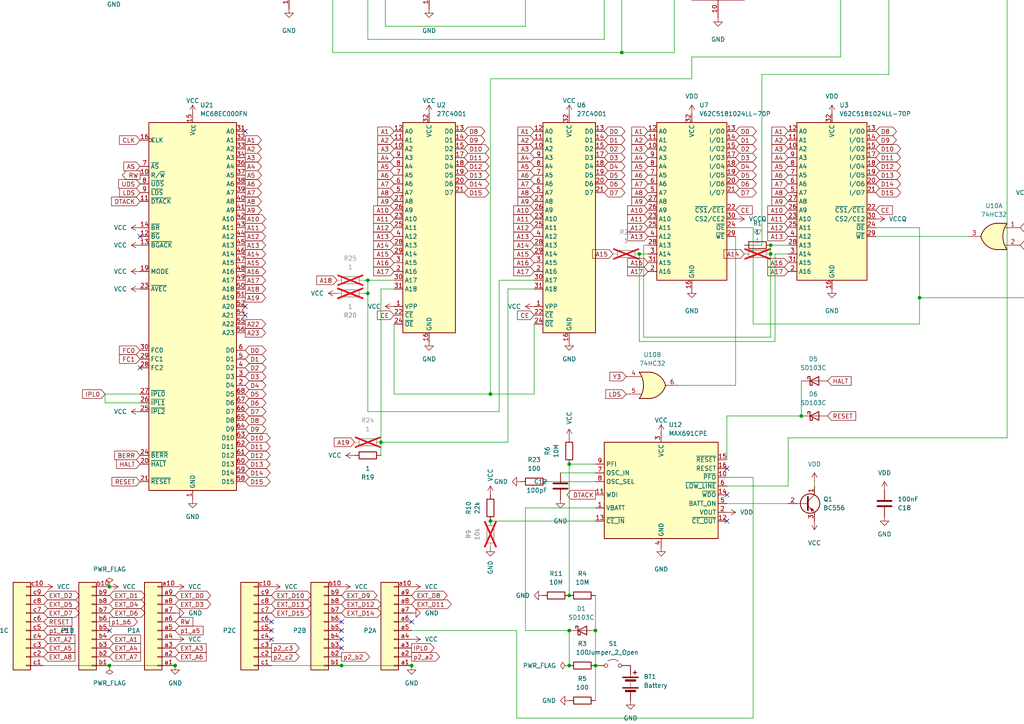
<source format=kicad_sch>
(kicad_sch (version 20250114) (generator "eeschema") (generator_version "9.0")
  (paper "A4")
  (junction (at 330.2 -127))
  (junction (at 393.7 -180.34))
  (junction (at 391.16 -31.75))
  (junction (at 223.52 73.66))
  (junction (at 355.6 -104.14))
  (junction (at 99.06 193.04))
  (junction (at 185.42 73.66))
  (junction (at 391.16 -68.58))
  (junction (at 416.56 -154.94))
  (junction (at 165.1 172.72))
  (junction (at 393.7 -184.15))
  (junction (at 106.68 81.28))
  (junction (at 464.82 19.05))
  (junction (at 165.1 134.62))
  (junction (at 393.7 -167.64))
  (junction (at 110.49 128.27))
  (junction (at 439.42 -46.99))
  (junction (at 232.41 120.65))
  (junction (at 439.42 -45.72))
  (junction (at 302.26 -123.19))
  (junction (at 31.75 170.18))
  (junction (at 142.24 151.13))
  (junction (at 180.34 15.24))
  (junction (at 165.1 193.04))
  (junction (at 292.1 -31.75))
  (junction (at 382.27 -154.94))
  (junction (at 142.24 114.3))
  (junction (at 355.6 -119.38))
  (junction (at 355.6 -114.3))
  (junction (at 119.38 193.04))
  (junction (at 322.58 -67.31))
  (junction (at 223.52 71.12))
  (junction (at 106.68 85.09))
  (junction (at 330.2 -116.84))
  (junction (at 172.72 182.88))
  (junction (at 165.1 182.88))
  (junction (at 464.82 2.54))
  (junction (at 266.7 86.36))
  (junction (at 307.34 -116.84))
  (junction (at 410.21 -182.88))
  (junction (at 31.75 193.04))
  (junction (at 317.5 43.18))
  (junction (at 355.6 -99.06))
  (junction (at 50.8 193.04))
  (junction (at 172.72 193.04))
  (no_connect (at 78.74 180.34))
  (no_connect (at 287.02 -88.9))
  (no_connect (at 99.06 187.96))
  (no_connect (at 210.82 135.89))
  (no_connect (at 71.12 91.44))
  (no_connect (at 416.56 -93.98))
  (no_connect (at 403.86 -114.3))
  (no_connect (at 210.82 143.51))
  (no_connect (at 370.84 -101.6))
  (no_connect (at 71.12 38.1))
  (no_connect (at 40.64 106.68))
  (no_connect (at 40.64 68.58))
  (no_connect (at 99.06 185.42))
  (no_connect (at 119.38 180.34))
  (no_connect (at 401.32 -114.3))
  (no_connect (at 99.06 182.88))
  (no_connect (at 210.82 151.13))
  (no_connect (at 78.74 185.42))
  (no_connect (at 370.84 -116.84))
  (no_connect (at 78.74 182.88))
  (no_connect (at 99.06 180.34))
  (no_connect (at 31.75 182.88))
  (no_connect (at 71.12 88.9))
  (wire (pts (xy 106.68 85.09) (xy 106.68 81.28)))
  (wire (pts (xy 142.24 151.13) (xy 172.72 151.13)))
  (wire (pts (xy 345.44 -119.38) (xy 351.79 -119.38)))
  (wire (pts (xy 257.81 -31.75) (xy 257.81 21.59)))
  (wire (pts (xy 186.69 71.12) (xy 187.96 71.12)))
  (wire (pts (xy 303.53 132.08) (xy 303.53 133.35)))
  (wire (pts (xy 420.37 -185.42) (xy 416.56 -185.42)))
  (wire (pts (xy 382.27 -154.94) (xy 382.27 -184.15)))
  (wire (pts (xy 30.48 116.84) (xy 40.64 116.84)))
  (wire (pts (xy 96.52 -22.86) (xy 111.76 -22.86)))
  (wire (pts (xy 96.52 -12.7) (xy 111.76 -12.7)))
  (wire (pts (xy 152.4 -177.8) (xy 292.1 -177.8)))
  (wire (pts (xy 218.44 208.28) (xy 218.44 138.43)))
  (wire (pts (xy 232.41 110.49) (xy 232.41 120.65)))
  (wire (pts (xy 114.3 114.3) (xy 142.24 114.3)))
  (wire (pts (xy 266.7 -76.2) (xy 257.81 -76.2)))
  (wire (pts (xy 355.6 -114.3) (xy 355.6 -104.14)))
  (wire (pts (xy 210.82 120.65) (xy 210.82 133.35)))
  (wire (pts (xy 355.6 -119.38) (xy 355.6 -114.3)))
  (wire (pts (xy 149.86 208.28) (xy 218.44 208.28)))
  (wire (pts (xy 106.68 119.38) (xy 106.68 85.09)))
  (wire (pts (xy 144.78 81.28) (xy 144.78 119.38)))
  (wire (pts (xy 393.7 -167.64) (xy 393.7 -157.48)))
  (wire (pts (xy 110.49 128.27) (xy 110.49 83.82)))
  (wire (pts (xy 439.42 -57.15) (xy 439.42 -46.99)))
  (wire (pts (xy 391.16 -83.82) (xy 391.16 -68.58)))
  (wire (pts (xy 330.2 -114.3) (xy 355.6 -114.3)))
  (wire (pts (xy 355.6 -104.14) (xy 355.6 -99.06)))
  (wire (pts (xy 78.74 193.04) (xy 99.06 193.04)))
  (wire (pts (xy 326.39 -198.12) (xy 331.47 -198.12)))
  (wire (pts (xy 110.49 132.08) (xy 110.49 128.27)))
  (wire (pts (xy 322.58 -67.31) (xy 322.58 -68.58)))
  (wire (pts (xy 337.82 -60.96) (xy 337.82 -25.4)))
  (wire (pts (xy 243.84 -25.4) (xy 243.84 16.51)))
  (wire (pts (xy 142.24 114.3) (xy 154.94 114.3)))
  (wire (pts (xy 114.3 93.98) (xy 114.3 114.3)))
  (wire (pts (xy 330.2 -129.54) (xy 330.2 -127)))
  (wire (pts (xy 96.52 -5.08) (xy 96.52 15.24)))
  (wire (pts (xy 220.98 71.12) (xy 215.9 71.12)))
  (wire (pts (xy 172.72 193.04) (xy 172.72 203.2)))
  (wire (pts (xy 223.52 71.12) (xy 228.6 71.12)))
  (wire (pts (xy 224.79 73.66) (xy 224.79 99.06)))
  (wire (pts (xy 195.58 15.24) (xy 180.34 15.24)))
  (wire (pts (xy 439.42 -46.99) (xy 439.42 -45.72)))
  (wire (pts (xy 218.44 93.98) (xy 266.7 93.98)))
  (wire (pts (xy 454.66 -44.45) (xy 467.36 -44.45)))
  (wire (pts (xy 302.26 -123.19) (xy 307.34 -123.19)))
  (wire (pts (xy 386.08 -88.9) (xy 386.08 -134.62)))
  (wire (pts (xy 96.52 -30.48) (xy 111.76 -30.48)))
  (wire (pts (xy 110.49 83.82) (xy 114.3 83.82)))
  (wire (pts (xy 307.34 -67.31) (xy 322.58 -67.31)))
  (wire (pts (xy 337.82 -25.4) (xy 243.84 -25.4)))
  (wire (pts (xy 30.48 114.3) (xy 30.48 116.84)))
  (wire (pts (xy 224.79 99.06) (xy 185.42 99.06)))
  (wire (pts (xy 213.36 66.04) (xy 218.44 66.04)))
  (wire (pts (xy 165.1 182.88) (xy 152.4 182.88)))
  (wire (pts (xy 152.4 -177.8) (xy 152.4 7.62)))
  (wire (pts (xy 154.94 81.28) (xy 144.78 81.28)))
  (wire (pts (xy 416.56 -185.42) (xy 416.56 -154.94)))
  (wire (pts (xy 393.7 -184.15) (xy 393.7 -182.88)))
  (wire (pts (xy 243.84 16.51) (xy 200.66 16.51)))
  (wire (pts (xy 152.4 7.62) (xy 111.76 7.62)))
  (wire (pts (xy 257.81 21.59) (xy 220.98 21.59)))
  (wire (pts (xy 317.5 -152.4) (xy 317.5 -128.27)))
  (wire (pts (xy 408.94 -154.94) (xy 416.56 -154.94)))
  (wire (pts (xy 416.56 -154.94) (xy 416.56 -147.32)))
  (wire (pts (xy 482.6 -137.16) (xy 382.27 -137.16)))
  (wire (pts (xy 106.68 -7.62) (xy 111.76 -7.62)))
  (wire (pts (xy 149.86 182.88) (xy 149.86 208.28)))
  (wire (pts (xy 105.41 81.28) (xy 106.68 81.28)))
  (wire (pts (xy 266.7 86.36) (xy 351.79 86.36)))
  (wire (pts (xy 302.26 -125.73) (xy 302.26 -123.19)))
  (wire (pts (xy 266.7 93.98) (xy 266.7 86.36)))
  (wire (pts (xy 96.52 -15.24) (xy 111.76 -15.24)))
  (wire (pts (xy 96.52 -20.32) (xy 111.76 -20.32)))
  (wire (pts (xy 223.52 97.79) (xy 186.69 97.79)))
  (wire (pts (xy 463.55 2.54) (xy 464.82 2.54)))
  (wire (pts (xy 355.6 -93.98) (xy 375.92 -93.98)))
  (wire (pts (xy 96.52 -25.4) (xy 111.76 -25.4)))
  (wire (pts (xy 180.34 15.24) (xy 96.52 15.24)))
  (wire (pts (xy 180.34 -140.97) (xy 414.02 -140.97)))
  (wire (pts (xy 393.7 -180.34) (xy 393.7 -167.64)))
  (wire (pts (xy 351.79 -119.38) (xy 351.79 -180.34)))
  (wire (pts (xy 147.32 83.82) (xy 154.94 83.82)))
  (wire (pts (xy 391.16 -31.75) (xy 292.1 -31.75)))
  (wire (pts (xy 351.79 -180.34) (xy 393.7 -180.34)))
  (wire (pts (xy 257.81 -45.72) (xy 439.42 -45.72)))
  (wire (pts (xy 464.82 2.54) (xy 464.82 19.05)))
  (wire (pts (xy 200.66 22.86) (xy 142.24 22.86)))
  (wire (pts (xy 393.7 -185.42) (xy 393.7 -184.15)))
  (wire (pts (xy 337.82 -71.12) (xy 351.79 -71.12)))
  (wire (pts (xy 266.7 66.04) (xy 254 66.04)))
  (wire (pts (xy 257.81 -76.2) (xy 257.81 -45.72)))
  (wire (pts (xy 330.2 -127) (xy 330.2 -121.92)))
  (wire (pts (xy 307.34 -116.84) (xy 307.34 -67.31)))
  (wire (pts (xy 165.1 134.62) (xy 165.1 172.72)))
  (wire (pts (xy 322.58 -63.5) (xy 322.58 -67.31)))
  (wire (pts (xy 228.6 73.66) (xy 224.79 73.66)))
  (wire (pts (xy 351.79 -71.12) (xy 351.79 86.36)))
  (wire (pts (xy 408.94 -182.88) (xy 410.21 -182.88)))
  (wire (pts (xy 391.16 -68.58) (xy 383.54 -68.58)))
  (wire (pts (xy 96.52 -27.94) (xy 111.76 -27.94)))
  (wire (pts (xy 292.1 -31.75) (xy 292.1 127)))
  (wire (pts (xy 50.8 193.04) (xy 31.75 193.04)))
  (wire (pts (xy 147.32 128.27) (xy 147.32 83.82)))
  (wire (pts (xy 223.52 73.66) (xy 223.52 97.79)))
  (wire (pts (xy 464.82 2.54) (xy 467.36 2.54)))
  (wire (pts (xy 393.7 -167.64) (xy 398.78 -167.64)))
  (wire (pts (xy 12.7 193.04) (xy 31.75 193.04)))
  (wire (pts (xy 236.22 139.7) (xy 236.22 140.97)))
  (wire (pts (xy 144.78 119.38) (xy 106.68 119.38)))
  (wire (pts (xy 464.82 19.05) (xy 477.52 19.05)))
  (wire (pts (xy 223.52 71.12) (xy 223.52 73.66)))
  (wire (pts (xy 439.42 -45.72) (xy 439.42 -44.45)))
  (wire (pts (xy 119.38 182.88) (xy 149.86 182.88)))
  (wire (pts (xy 280.67 68.58) (xy 254 68.58)))
  (wire (pts (xy 410.21 -182.88) (xy 410.21 -240.03)))
  (wire (pts (xy 96.52 -17.78) (xy 111.76 -17.78)))
  (wire (pts (xy 152.4 182.88) (xy 152.4 147.32)))
  (wire (pts (xy 200.66 16.51) (xy 200.66 22.86)))
  (wire (pts (xy 386.08 -134.62) (xy 370.84 -134.62)))
  (wire (pts (xy 330.2 -116.84) (xy 330.2 -114.3)))
  (wire (pts (xy 110.49 128.27) (xy 147.32 128.27)))
  (wire (pts (xy 152.4 147.32) (xy 172.72 147.32)))
  (wire (pts (xy 175.26 11.43) (xy 106.68 11.43)))
  (wire (pts (xy 228.6 127) (xy 228.6 140.97)))
  (wire (pts (xy 165.1 182.88) (xy 165.1 193.04)))
  (wire (pts (xy 99.06 193.04) (xy 119.38 193.04)))
  (wire (pts (xy 213.36 111.76) (xy 196.85 111.76)))
  (wire (pts (xy 307.34 -123.19) (xy 307.34 -116.84)))
  (wire (pts (xy 266.7 66.04) (xy 266.7 86.36)))
  (wire (pts (xy 382.27 -154.94) (xy 393.7 -154.94)))
  (wire (pts (xy 355.6 -132.08) (xy 355.6 -119.38)))
  (wire (pts (xy 393.7 -152.4) (xy 317.5 -152.4)))
  (wire (pts (xy 210.82 146.05) (xy 228.6 146.05)))
  (wire (pts (xy 414.02 -170.18) (xy 414.02 -140.97)))
  (wire (pts (xy 462.28 19.05) (xy 464.82 19.05)))
  (wire (pts (xy 213.36 68.58) (xy 213.36 111.76)))
  (wire (pts (xy 292.1 -31.75) (xy 257.81 -31.75)))
  (wire (pts (xy 106.68 11.43) (xy 106.68 -7.62)))
  (wire (pts (xy 210.82 120.65) (xy 232.41 120.65)))
  (wire (pts (xy 106.68 81.28) (xy 114.3 81.28)))
  (wire (pts (xy 162.56 137.16) (xy 172.72 137.16)))
  (wire (pts (xy 142.24 22.86) (xy 142.24 114.3)))
  (wire (pts (xy 220.98 21.59) (xy 220.98 71.12)))
  (wire (pts (xy 111.76 -5.08) (xy 111.76 7.62)))
  (wire (pts (xy 172.72 172.72) (xy 172.72 182.88)))
  (wire (pts (xy 165.1 134.62) (xy 172.72 134.62)))
  (wire (pts (xy 303.53 140.97) (xy 303.53 142.24)))
  (wire (pts (xy 228.6 140.97) (xy 210.82 140.97)))
  (wire (pts (xy 355.6 -99.06) (xy 355.6 -93.98)))
  (wire (pts (xy 172.72 182.88) (xy 172.72 193.04)))
  (wire (pts (xy 218.44 66.04) (xy 218.44 93.98)))
  (wire (pts (xy 330.2 -134.62) (xy 330.2 -132.08)))
  (wire (pts (xy 175.26 -147.32) (xy 175.26 11.43)))
  (wire (pts (xy 30.48 114.3) (xy 40.64 114.3)))
  (wire (pts (xy 105.41 85.09) (xy 106.68 85.09)))
  (wire (pts (xy 154.94 114.3) (xy 154.94 93.98)))
  (wire (pts (xy 158.75 139.7) (xy 172.72 139.7)))
  (wire (pts (xy 292.1 127) (xy 228.6 127)))
  (wire (pts (xy 307.34 -116.84) (xy 330.2 -116.84)))
  (wire (pts (xy 292.1 -240.03) (xy 292.1 -177.8)))
  (wire (pts (xy 391.16 -88.9) (xy 386.08 -88.9)))
  (wire (pts (xy 382.27 -184.15) (xy 393.7 -184.15)))
  (wire (pts (xy 410.21 -240.03) (xy 292.1 -240.03)))
  (wire (pts (xy 382.27 -137.16) (xy 382.27 -154.94)))
  (wire (pts (xy 482.6 -41.91) (xy 482.6 -137.16)))
  (wire (pts (xy 185.42 73.66) (xy 187.96 73.66)))
  (wire (pts (xy 175.26 -147.32) (xy 416.56 -147.32)))
  (wire (pts (xy 185.42 99.06) (xy 185.42 73.66)))
  (wire (pts (xy 218.44 138.43) (xy 210.82 138.43)))
  (wire (pts (xy 195.58 -2.54) (xy 195.58 15.24)))
  (wire (pts (xy 410.21 -182.88) (xy 420.37 -182.88)))
  (wire (pts (xy 186.69 97.79) (xy 186.69 71.12)))
  (wire (pts (xy 180.34 -140.97) (xy 180.34 15.24)))
  (wire (pts (xy 391.16 -68.58) (xy 391.16 -31.75)))
  (global_label "D9" (shape bidirectional) (at 420.37 -203.2 180) (property "Intersheetrefs" "${INTERSHEET_REFS}" (effects (hide yes))))
  (global_label "RW" (shape input) (at 50.8 180.34 0) (property "Intersheetrefs" "${INTERSHEET_REFS}" (effects (hide yes))))
  (global_label "EXT_D15" (shape bidirectional) (at 445.77 -208.28 0) (property "Intersheetrefs" "${INTERSHEET_REFS}" (effects (hide yes))))
  (global_label "Y7" (shape output) (at 287.02 -71.12 0) (property "Intersheetrefs" "${INTERSHEET_REFS}" (effects (hide yes))))
  (global_label "EXT_A5" (shape input) (at 12.7 187.96 0) (property "Intersheetrefs" "${INTERSHEET_REFS}" (effects (hide yes))))
  (global_label "A1" (shape input) (at 114.3 38.1 180) (property "Intersheetrefs" "${INTERSHEET_REFS}" (effects (hide yes))))
  (global_label "D1" (shape bidirectional) (at 71.12 104.14 0) (property "Intersheetrefs" "${INTERSHEET_REFS}" (effects (hide yes))))
  (global_label "EXT_D13" (shape bidirectional) (at 220.98 -17.78 0) (property "Intersheetrefs" "${INTERSHEET_REFS}" (effects (hide yes))))
  (global_label "D15" (shape bidirectional) (at 254 55.88 0) (property "Intersheetrefs" "${INTERSHEET_REFS}" (effects (hide yes))))
  (global_label "A5" (shape output) (at 71.12 50.8 0) (property "Intersheetrefs" "${INTERSHEET_REFS}" (effects (hide yes))))
  (global_label "A16" (shape output) (at 71.12 78.74 0) (property "Intersheetrefs" "${INTERSHEET_REFS}" (effects (hide yes))))
  (global_label "A13" (shape input) (at 154.94 68.58 180) (property "Intersheetrefs" "${INTERSHEET_REFS}" (effects (hide yes))))
  (global_label "A23" (shape output) (at 71.12 96.52 0) (property "Intersheetrefs" "${INTERSHEET_REFS}" (effects (hide yes))))
  (global_label "D4" (shape bidirectional) (at 71.12 111.76 0) (property "Intersheetrefs" "${INTERSHEET_REFS}" (effects (hide yes))))
  (global_label "A10" (shape output) (at 71.12 63.5 0) (property "Intersheetrefs" "${INTERSHEET_REFS}" (effects (hide yes))))
  (global_label "D4" (shape bidirectional) (at 175.26 48.26 0) (property "Intersheetrefs" "${INTERSHEET_REFS}" (effects (hide yes))))
  (global_label "D2" (shape bidirectional) (at 71.12 106.68 0) (property "Intersheetrefs" "${INTERSHEET_REFS}" (effects (hide yes))))
  (global_label "A5" (shape input) (at 228.6 48.26 180) (property "Intersheetrefs" "${INTERSHEET_REFS}" (effects (hide yes))))
  (global_label "p2_b2" (shape output) (at 99.06 190.5 0) (property "Intersheetrefs" "${INTERSHEET_REFS}" (effects (hide yes))))
  (global_label "AS" (shape input) (at 40.64 48.26 180) (property "Intersheetrefs" "${INTERSHEET_REFS}" (effects (hide yes))))
  (global_label "A1" (shape input) (at 218.44 -88.9 180) (property "Intersheetrefs" "${INTERSHEET_REFS}" (effects (hide yes))))
  (global_label "A15" (shape output) (at 71.12 76.2 0) (property "Intersheetrefs" "${INTERSHEET_REFS}" (effects (hide yes))))
  (global_label "Y3" (shape input) (at 331.47 -190.5 180) (property "Intersheetrefs" "${INTERSHEET_REFS}" (effects (hide yes))))
  (global_label "p2_a2" (shape output) (at 119.38 190.5 0) (property "Intersheetrefs" "${INTERSHEET_REFS}" (effects (hide yes))))
  (global_label "EXT_D6" (shape bidirectional) (at 137.16 -15.24 0) (property "Intersheetrefs" "${INTERSHEET_REFS}" (effects (hide yes))))
  (global_label "D2" (shape bidirectional) (at 96.52 -22.86 0) (property "Intersheetrefs" "${INTERSHEET_REFS}" (effects (hide yes))))
  (global_label "A9" (shape input) (at 228.6 58.42 180) (property "Intersheetrefs" "${INTERSHEET_REFS}" (effects (hide yes))))
  (global_label "A11" (shape input) (at 228.6 63.5 180) (property "Intersheetrefs" "${INTERSHEET_REFS}" (effects (hide yes))))
  (global_label "A11" (shape input) (at 154.94 63.5 180) (property "Intersheetrefs" "${INTERSHEET_REFS}" (effects (hide yes))))
  (global_label "EXT_A8" (shape input) (at 12.7 190.5 0) (property "Intersheetrefs" "${INTERSHEET_REFS}" (effects (hide yes))))
  (global_label "EXT_D15" (shape bidirectional) (at 220.98 -27.94 0) (property "Intersheetrefs" "${INTERSHEET_REFS}" (effects (hide yes))))
  (global_label "A17" (shape input) (at 154.94 78.74 180) (property "Intersheetrefs" "${INTERSHEET_REFS}" (effects (hide yes))))
  (global_label "D2" (shape bidirectional) (at 213.36 43.18 0) (property "Intersheetrefs" "${INTERSHEET_REFS}" (effects (hide yes))))
  (global_label "p1_b6" (shape output) (at 31.75 180.34 0) (property "Intersheetrefs" "${INTERSHEET_REFS}" (effects (hide yes))))
  (global_label "A12" (shape input) (at 154.94 66.04 180) (property "Intersheetrefs" "${INTERSHEET_REFS}" (effects (hide yes))))
  (global_label "A3" (shape input) (at 187.96 43.18 180) (property "Intersheetrefs" "${INTERSHEET_REFS}" (effects (hide yes))))
  (global_label "EXT_D0" (shape bidirectional) (at 71.12 -20.32 180) (property "Intersheetrefs" "${INTERSHEET_REFS}" (effects (hide yes))))
  (global_label "A9" (shape input) (at 114.3 58.42 180) (property "Intersheetrefs" "${INTERSHEET_REFS}" (effects (hide yes))))
  (global_label "D13" (shape bidirectional) (at 71.12 134.62 0) (property "Intersheetrefs" "${INTERSHEET_REFS}" (effects (hide yes))))
  (global_label "D5" (shape bidirectional) (at 96.52 -27.94 0) (property "Intersheetrefs" "${INTERSHEET_REFS}" (effects (hide yes))))
  (global_label "p2_c2" (shape output) (at 78.74 190.5 0) (property "Intersheetrefs" "${INTERSHEET_REFS}" (effects (hide yes))))
  (global_label "A13" (shape input) (at 187.96 68.58 180) (property "Intersheetrefs" "${INTERSHEET_REFS}" (effects (hide yes))))
  (global_label "A2" (shape input) (at 154.94 40.64 180) (property "Intersheetrefs" "${INTERSHEET_REFS}" (effects (hide yes))))
  (global_label "A11" (shape input) (at 114.3 63.5 180) (property "Intersheetrefs" "${INTERSHEET_REFS}" (effects (hide yes))))
  (global_label "A17" (shape input) (at 187.96 78.74 180) (property "Intersheetrefs" "${INTERSHEET_REFS}" (effects (hide yes))))
  (global_label "A15" (shape input) (at 154.94 73.66 180) (property "Intersheetrefs" "${INTERSHEET_REFS}" (effects (hide yes))))
  (global_label "D3" (shape bidirectional) (at 71.12 109.22 0) (property "Intersheetrefs" "${INTERSHEET_REFS}" (effects (hide yes))))
  (global_label "EXT_D7" (shape bidirectional) (at 137.16 -30.48 0) (property "Intersheetrefs" "${INTERSHEET_REFS}" (effects (hide yes))))
  (global_label "D15" (shape bidirectional) (at 195.58 -27.94 180) (property "Intersheetrefs" "${INTERSHEET_REFS}" (effects (hide yes))))
  (global_label "p1_a5" (shape input) (at 335.28 170.18 0) (property "Intersheetrefs" "${INTERSHEET_REFS}" (effects (hide yes))))
  (global_label "Y4" (shape output) (at 287.02 -78.74 0) (property "Intersheetrefs" "${INTERSHEET_REFS}" (effects (hide yes))))
  (global_label "A8" (shape input) (at 228.6 55.88 180) (property "Intersheetrefs" "${INTERSHEET_REFS}" (effects (hide yes))))
  (global_label "A23" (shape input) (at 266.7 -86.36 180) (property "Intersheetrefs" "${INTERSHEET_REFS}" (effects (hide yes))))
  (global_label "EXT_A3" (shape output) (at 243.84 -86.36 0) (property "Intersheetrefs" "${INTERSHEET_REFS}" (effects (hide yes))))
  (global_label "D3" (shape bidirectional) (at 175.26 45.72 0) (property "Intersheetrefs" "${INTERSHEET_REFS}" (effects (hide yes))))
  (global_label "CLK" (shape input) (at 327.66 170.18 180) (property "Intersheetrefs" "${INTERSHEET_REFS}" (effects (hide yes))))
  (global_label "D7" (shape bidirectional) (at 96.52 -30.48 0) (property "Intersheetrefs" "${INTERSHEET_REFS}" (effects (hide yes))))
  (global_label "D9" (shape bidirectional) (at 134.62 40.64 0) (property "Intersheetrefs" "${INTERSHEET_REFS}" (effects (hide yes))))
  (global_label "A13" (shape output) (at 71.12 71.12 0) (property "Intersheetrefs" "${INTERSHEET_REFS}" (effects (hide yes))))
  (global_label "p1_b6" (shape input) (at 326.39 -198.12 180) (property "Intersheetrefs" "${INTERSHEET_REFS}" (effects (hide yes))))
  (global_label "A3" (shape output) (at 71.12 45.72 0) (property "Intersheetrefs" "${INTERSHEET_REFS}" (effects (hide yes))))
  (global_label "BERR" (shape output) (at 482.6 0 0) (property "Intersheetrefs" "${INTERSHEET_REFS}" (effects (hide yes))))
  (global_label "A9" (shape output) (at 71.12 60.96 0) (property "Intersheetrefs" "${INTERSHEET_REFS}" (effects (hide yes))))
  (global_label "D8" (shape bidirectional) (at 420.37 -205.74 180) (property "Intersheetrefs" "${INTERSHEET_REFS}" (effects (hide yes))))
  (global_label "EXT_D8" (shape bidirectional) (at 119.38 172.72 0) (property "Intersheetrefs" "${INTERSHEET_REFS}" (effects (hide yes))))
  (global_label "D5" (shape bidirectional) (at 71.12 114.3 0) (property "Intersheetrefs" "${INTERSHEET_REFS}" (effects (hide yes))))
  (global_label "EXT_D1" (shape bidirectional) (at 71.12 -17.78 180) (property "Intersheetrefs" "${INTERSHEET_REFS}" (effects (hide yes))))
  (global_label "D8" (shape bidirectional) (at 254 38.1 0) (property "Intersheetrefs" "${INTERSHEET_REFS}" (effects (hide yes))))
  (global_label "EXT_D8" (shape bidirectional) (at 445.77 -205.74 0) (property "Intersheetrefs" "${INTERSHEET_REFS}" (effects (hide yes))))
  (global_label "A14" (shape input) (at 154.94 71.12 180) (property "Intersheetrefs" "${INTERSHEET_REFS}" (effects (hide yes))))
  (global_label "DTACK" (shape output) (at 346.71 -194.31 0) (property "Intersheetrefs" "${INTERSHEET_REFS}" (effects (hide yes))))
  (global_label "CE" (shape input) (at 218.44 -63.5 180) (property "Intersheetrefs" "${INTERSHEET_REFS}" (effects (hide yes))))
  (global_label "EXT_D4" (shape bidirectional) (at 137.16 -25.4 0) (property "Intersheetrefs" "${INTERSHEET_REFS}" (effects (hide yes))))
  (global_label "D0" (shape bidirectional) (at 416.56 -106.68 0) (property "Intersheetrefs" "${INTERSHEET_REFS}" (effects (hide yes))))
  (global_label "EXT_A6" (shape input) (at 50.8 190.5 0) (property "Intersheetrefs" "${INTERSHEET_REFS}" (effects (hide yes))))
  (global_label "Y4" (shape input) (at 322.58 -58.42 180) (property "Intersheetrefs" "${INTERSHEET_REFS}" (effects (hide yes))))
  (global_label "D13" (shape bidirectional) (at 195.58 -17.78 180) (property "Intersheetrefs" "${INTERSHEET_REFS}" (effects (hide yes))))
  (global_label "D12" (shape bidirectional) (at 134.62 48.26 0) (property "Intersheetrefs" "${INTERSHEET_REFS}" (effects (hide yes))))
  (global_label "A7" (shape input) (at 154.94 53.34 180) (property "Intersheetrefs" "${INTERSHEET_REFS}" (effects (hide yes))))
  (global_label "EXT_D7" (shape bidirectional) (at 71.12 -30.48 180) (property "Intersheetrefs" "${INTERSHEET_REFS}" (effects (hide yes))))
  (global_label "EXT_D5" (shape bidirectional) (at 71.12 -27.94 180) (property "Intersheetrefs" "${INTERSHEET_REFS}" (effects (hide yes))))
  (global_label "BERR" (shape output) (at 454.66 19.05 180) (property "Intersheetrefs" "${INTERSHEET_REFS}" (effects (hide yes))))
  (global_label "EXT_D0" (shape bidirectional) (at 50.8 172.72 0) (property "Intersheetrefs" "${INTERSHEET_REFS}" (effects (hide yes))))
  (global_label "EXT_A5" (shape output) (at 243.84 -76.2 0) (property "Intersheetrefs" "${INTERSHEET_REFS}" (effects (hide yes))))
  (global_label "Y5" (shape input) (at 355.6 -137.16 180) (property "Intersheetrefs" "${INTERSHEET_REFS}" (effects (hide yes))))
  (global_label "A16" (shape input) (at 154.94 76.2 180) (property "Intersheetrefs" "${INTERSHEET_REFS}" (effects (hide yes))))
  (global_label "A6" (shape input) (at 154.94 50.8 180) (property "Intersheetrefs" "${INTERSHEET_REFS}" (effects (hide yes))))
  (global_label "A19" (shape output) (at 71.12 86.36 0) (property "Intersheetrefs" "${INTERSHEET_REFS}" (effects (hide yes))))
  (global_label "A14" (shape input) (at 215.9 73.66 180) (property "Intersheetrefs" "${INTERSHEET_REFS}" (effects (hide yes))))
  (global_label "AS" (shape input) (at 218.44 -66.04 180) (property "Intersheetrefs" "${INTERSHEET_REFS}" (effects (hide yes))))
  (global_label "DTACK" (shape input) (at 40.64 58.42 180) (property "Intersheetrefs" "${INTERSHEET_REFS}" (effects (hide yes))))
  (global_label "LDS" (shape input) (at 40.64 55.88 180) (property "Intersheetrefs" "${INTERSHEET_REFS}" (effects (hide yes))))
  (global_label "D11" (shape bidirectional) (at 254 45.72 0) (property "Intersheetrefs" "${INTERSHEET_REFS}" (effects (hide yes))))
  (global_label "A7" (shape input) (at 228.6 53.34 180) (property "Intersheetrefs" "${INTERSHEET_REFS}" (effects (hide yes))))
  (global_label "A4" (shape input) (at 228.6 45.72 180) (property "Intersheetrefs" "${INTERSHEET_REFS}" (effects (hide yes))))
  (global_label "EXT_D9" (shape bidirectional) (at 220.98 -22.86 0) (property "Intersheetrefs" "${INTERSHEET_REFS}" (effects (hide yes))))
  (global_label "A3" (shape input) (at 154.94 43.18 180) (property "Intersheetrefs" "${INTERSHEET_REFS}" (effects (hide yes))))
  (global_label "EXT_D14" (shape bidirectional) (at 445.77 -200.66 0) (property "Intersheetrefs" "${INTERSHEET_REFS}" (effects (hide yes))))
  (global_label "EXT_D2" (shape bidirectional) (at 12.7 172.72 0) (property "Intersheetrefs" "${INTERSHEET_REFS}" (effects (hide yes))))
  (global_label "EXT_A4" (shape input) (at 31.75 187.96 0) (property "Intersheetrefs" "${INTERSHEET_REFS}" (effects (hide yes))))
  (global_label "A9" (shape input) (at 187.96 58.42 180) (property "Intersheetrefs" "${INTERSHEET_REFS}" (effects (hide yes))))
  (global_label "p2_b2" (shape output) (at 345.44 -130.81 0) (property "Intersheetrefs" "${INTERSHEET_REFS}" (effects (hide yes))))
  (global_label "A18" (shape input) (at 97.79 81.28 180) (property "Intersheetrefs" "${INTERSHEET_REFS}" (effects (hide yes))))
  (global_label "CE" (shape input) (at 114.3 91.44 180) (property "Intersheetrefs" "${INTERSHEET_REFS}" (effects (hide yes))))
  (global_label "EXT_D5" (shape bidirectional) (at 137.16 -27.94 0) (property "Intersheetrefs" "${INTERSHEET_REFS}" (effects (hide yes))))
  (global_label "FC1" (shape input) (at 424.18 -59.69 180) (property "Intersheetrefs" "${INTERSHEET_REFS}" (effects (hide yes))))
  (global_label "EXT_D1" (shape bidirectional) (at 31.75 172.72 0) (property "Intersheetrefs" "${INTERSHEET_REFS}" (effects (hide yes))))
  (global_label "D0" (shape bidirectional) (at 175.26 38.1 0) (property "Intersheetrefs" "${INTERSHEET_REFS}" (effects (hide yes))))
  (global_label "p2_c3" (shape output) (at 482.6 -41.91 0) (property "Intersheetrefs" "${INTERSHEET_REFS}" (effects (hide yes))))
  (global_label "D13" (shape bidirectional) (at 254 50.8 0) (property "Intersheetrefs" "${INTERSHEET_REFS}" (effects (hide yes))))
  (global_label "A1" (shape output) (at 71.12 40.64 0) (property "Intersheetrefs" "${INTERSHEET_REFS}" (effects (hide yes))))
  (global_label "A6" (shape input) (at 228.6 50.8 180) (property "Intersheetrefs" "${INTERSHEET_REFS}" (effects (hide yes))))
  (global_label "BERR" (shape input) (at 40.64 132.08 180) (property "Intersheetrefs" "${INTERSHEET_REFS}" (effects (hide yes))))
  (global_label "CE" (shape input) (at 96.52 -7.62 0) (property "Intersheetrefs" "${INTERSHEET_REFS}" (effects (hide yes))))
  (global_label "D1" (shape bidirectional) (at 416.56 -104.14 0) (property "Intersheetrefs" "${INTERSHEET_REFS}" (effects (hide yes))))
  (global_label "D3" (shape bidirectional) (at 96.52 -12.7 0) (property "Intersheetrefs" "${INTERSHEET_REFS}" (effects (hide yes))))
  (global_label "A12" (shape output) (at 71.12 68.58 0) (property "Intersheetrefs" "${INTERSHEET_REFS}" (effects (hide yes))))
  (global_label "A7" (shape input) (at 218.44 -71.12 180) (property "Intersheetrefs" "${INTERSHEET_REFS}" (effects (hide yes))))
  (global_label "D12" (shape bidirectional) (at 71.12 132.08 0) (property "Intersheetrefs" "${INTERSHEET_REFS}" (effects (hide yes))))
  (global_label "Y6" (shape input) (at 330.2 -127 180) (property "Intersheetrefs" "${INTERSHEET_REFS}" (effects (hide yes))))
  (global_label "EXT_D14" (shape bidirectional) (at 99.06 177.8 0) (property "Intersheetrefs" "${INTERSHEET_REFS}" (effects (hide yes))))
  (global_label "A13" (shape input) (at 228.6 68.58 180) (property "Intersheetrefs" "${INTERSHEET_REFS}" (effects (hide yes))))
  (global_label "D11" (shape bidirectional) (at 134.62 45.72 0) (property "Intersheetrefs" "${INTERSHEET_REFS}" (effects (hide yes))))
  (global_label "D15" (shape bidirectional) (at 71.12 139.7 0) (property "Intersheetrefs" "${INTERSHEET_REFS}" (effects (hide yes))))
  (global_label "EXT_D11" (shape bidirectional) (at 220.98 -10.16 0) (property "Intersheetrefs" "${INTERSHEET_REFS}" (effects (hide yes))))
  (global_label "A12" (shape input) (at 187.96 66.04 180) (property "Intersheetrefs" "${INTERSHEET_REFS}" (effects (hide yes))))
  (global_label "A1" (shape input) (at 391.16 -106.68 180) (property "Intersheetrefs" "${INTERSHEET_REFS}" (effects (hide yes))))
  (global_label "EXT_D13" (shape bidirectional) (at 78.74 175.26 0) (property "Intersheetrefs" "${INTERSHEET_REFS}" (effects (hide yes))))
  (global_label "A19" (shape input) (at 102.87 128.27 180) (property "Intersheetrefs" "${INTERSHEET_REFS}" (effects (hide yes))))
  (global_label "D9" (shape bidirectional) (at 254 40.64 0) (property "Intersheetrefs" "${INTERSHEET_REFS}" (effects (hide yes))))
  (global_label "D0" (shape bidirectional) (at 213.36 38.1 0) (property "Intersheetrefs" "${INTERSHEET_REFS}" (effects (hide yes))))
  (global_label "EXT_A1" (shape output) (at 243.84 -88.9 0) (property "Intersheetrefs" "${INTERSHEET_REFS}" (effects (hide yes))))
  (global_label "HALT" (shape input) (at 40.64 134.62 180) (property "Intersheetrefs" "${INTERSHEET_REFS}" (effects (hide yes))))
  (global_label "EXT_D15" (shape bidirectional) (at 78.74 177.8 0) (property "Intersheetrefs" "${INTERSHEET_REFS}" (effects (hide yes))))
  (global_label "D6" (shape bidirectional) (at 71.12 116.84 0) (property "Intersheetrefs" "${INTERSHEET_REFS}" (effects (hide yes))))
  (global_label "EXT_D8" (shape bidirectional) (at 220.98 -25.4 0) (property "Intersheetrefs" "${INTERSHEET_REFS}" (effects (hide yes))))
  (global_label "A7" (shape input) (at 114.3 53.34 180) (property "Intersheetrefs" "${INTERSHEET_REFS}" (effects (hide yes))))
  (global_label "D11" (shape bidirectional) (at 71.12 129.54 0) (property "Intersheetrefs" "${INTERSHEET_REFS}" (effects (hide yes))))
  (global_label "CLK" (shape input) (at 40.64 40.64 180) (property "Intersheetrefs" "${INTERSHEET_REFS}" (effects (hide yes))))
  (global_label "A4" (shape input) (at 187.96 45.72 180) (property "Intersheetrefs" "${INTERSHEET_REFS}" (effects (hide yes))))
  (global_label "A5" (shape input) (at 218.44 -76.2 180) (property "Intersheetrefs" "${INTERSHEET_REFS}" (effects (hide yes))))
  (global_label "D0" (shape bidirectional) (at 96.52 -20.32 0) (property "Intersheetrefs" "${INTERSHEET_REFS}" (effects (hide yes))))
  (global_label "A3" (shape input) (at 391.16 -101.6 180) (property "Intersheetrefs" "${INTERSHEET_REFS}" (effects (hide yes))))
  (global_label "EXT_D7" (shape bidirectional) (at 12.7 177.8 0) (property "Intersheetrefs" "${INTERSHEET_REFS}" (effects (hide yes))))
  (global_label "CE" (shape input) (at 154.94 91.44 180) (property "Intersheetrefs" "${INTERSHEET_REFS}" (effects (hide yes))))
  (global_label "EXT_D3" (shape bidirectional) (at 50.8 175.26 0) (property "Intersheetrefs" "${INTERSHEET_REFS}" (effects (hide yes))))
  (global_label "A2" (shape input) (at 114.3 40.64 180) (property "Intersheetrefs" "${INTERSHEET_REFS}" (effects (hide yes))))
  (global_label "CE" (shape input) (at 303.53 132.08 0) (property "Intersheetrefs" "${INTERSHEET_REFS}" (effects (hide yes))))
  (global_label "D7" (shape bidirectional) (at 213.36 55.88 0) (property "Intersheetrefs" "${INTERSHEET_REFS}" (effects (hide yes))))
  (global_label "D9" (shape bidirectional) (at 195.58 -22.86 180) (property "Intersheetrefs" "${INTERSHEET_REFS}" (effects (hide yes))))
  (global_label "A3" (shape input) (at 218.44 -86.36 180) (property "Intersheetrefs" "${INTERSHEET_REFS}" (effects (hide yes))))
  (global_label "D11" (shape bidirectional) (at 420.37 -190.5 180) (property "Intersheetrefs" "${INTERSHEET_REFS}" (effects (hide yes))))
  (global_label "A2" (shape input) (at 228.6 40.64 180) (property "Intersheetrefs" "${INTERSHEET_REFS}" (effects (hide yes))))
  (global_label "EXT_D2" (shape bidirectional) (at 71.12 -22.86 180) (property "Intersheetrefs" "${INTERSHEET_REFS}" (effects (hide yes))))
  (global_label "FC0" (shape input) (at 424.18 -54.61 180) (property "Intersheetrefs" "${INTERSHEET_REFS}" (effects (hide yes))))
  (global_label "D6" (shape bidirectional) (at 175.26 53.34 0) (property "Intersheetrefs" "${INTERSHEET_REFS}" (effects (hide yes))))
  (global_label "RW" (shape output) (at 40.64 50.8 180) (property "Intersheetrefs" "${INTERSHEET_REFS}" (effects (hide yes))))
  (global_label "A3" (shape input) (at 114.3 43.18 180) (property "Intersheetrefs" "${INTERSHEET_REFS}" (effects (hide yes))))
  (global_label "CE" (shape input) (at 213.36 60.96 0) (property "Intersheetrefs" "${INTERSHEET_REFS}" (effects (hide yes))))
  (global_label "A10" (shape input) (at 114.3 60.96 180) (property "Intersheetrefs" "${INTERSHEET_REFS}" (effects (hide yes))))
  (global_label "p1_b6" (shape input) (at 307.34 -186.69 180) (property "Intersheetrefs" "${INTERSHEET_REFS}" (effects (hide yes))))
  (global_label "RESET" (shape input) (at 12.7 180.34 0) (property "Intersheetrefs" "${INTERSHEET_REFS}" (effects (hide yes))))
  (global_label "A8" (shape input) (at 114.3 55.88 180) (property "Intersheetrefs" "${INTERSHEET_REFS}" (effects (hide yes))))
  (global_label "A5" (shape input) (at 114.3 48.26 180) (property "Intersheetrefs" "${INTERSHEET_REFS}" (effects (hide yes))))
  (global_label "EXT_D10" (shape bidirectional) (at 78.74 172.72 0) (property "Intersheetrefs" "${INTERSHEET_REFS}" (effects (hide yes))))
  (global_label "A10" (shape input) (at 228.6 60.96 180) (property "Intersheetrefs" "${INTERSHEET_REFS}" (effects (hide yes))))
  (global_label "A1" (shape input) (at 187.96 38.1 180) (property "Intersheetrefs" "${INTERSHEET_REFS}" (effects (hide yes))))
  (global_label "A17" (shape output) (at 71.12 81.28 0) (property "Intersheetrefs" "${INTERSHEET_REFS}" (effects (hide yes))))
  (global_label "HALT" (shape input) (at 328.93 111.76 180) (property "Intersheetrefs" "${INTERSHEET_REFS}" (effects (hide yes))))
  (global_label "A22" (shape output) (at 71.12 93.98 0) (property "Intersheetrefs" "${INTERSHEET_REFS}" (effects (hide yes))))
  (global_label "p1_b6" (shape input) (at 307.34 -207.01 180) (property "Intersheetrefs" "${INTERSHEET_REFS}" (effects (hide yes))))
  (global_label "LDS" (shape input) (at 287.02 -125.73 180) (property "Intersheetrefs" "${INTERSHEET_REFS}" (effects (hide yes))))
  (global_label "A3" (shape input) (at 228.6 43.18 180) (property "Intersheetrefs" "${INTERSHEET_REFS}" (effects (hide yes))))
  (global_label "A2" (shape input) (at 424.18 -39.37 180) (property "Intersheetrefs" "${INTERSHEET_REFS}" (effects (hide yes))))
  (global_label "A1" (shape input) (at 424.18 -44.45 180) (property "Intersheetrefs" "${INTERSHEET_REFS}" (effects (hide yes))))
  (global_label "D0" (shape bidirectional) (at 71.12 101.6 0) (property "Intersheetrefs" "${INTERSHEET_REFS}" (effects (hide yes))))
  (global_label "EXT_D3" (shape bidirectional) (at 71.12 -12.7 180) (property "Intersheetrefs" "${INTERSHEET_REFS}" (effects (hide yes))))
  (global_label "EXT_D9" (shape bidirectional) (at 445.77 -203.2 0) (property "Intersheetrefs" "${INTERSHEET_REFS}" (effects (hide yes))))
  (global_label "A4" (shape output) (at 71.12 48.26 0) (property "Intersheetrefs" "${INTERSHEET_REFS}" (effects (hide yes))))
  (global_label "Y1" (shape input) (at 375.92 -88.9 180) (property "Intersheetrefs" "${INTERSHEET_REFS}" (effects (hide yes))))
  (global_label "D1" (shape bidirectional) (at 213.36 40.64 0) (property "Intersheetrefs" "${INTERSHEET_REFS}" (effects (hide yes))))
  (global_label "EXT_D2" (shape bidirectional) (at 137.16 -22.86 0) (property "Intersheetrefs" "${INTERSHEET_REFS}" (effects (hide yes))))
  (global_label "A8" (shape output) (at 71.12 58.42 0) (property "Intersheetrefs" "${INTERSHEET_REFS}" (effects (hide yes))))
  (global_label "p2_c2" (shape output) (at 317.5 -128.27 0) (property "Intersheetrefs" "${INTERSHEET_REFS}" (effects (hide yes))))
  (global_label "UDS" (shape input) (at 40.64 53.34 180) (property "Intersheetrefs" "${INTERSHEET_REFS}" (effects (hide yes))))
  (global_label "D1" (shape bidirectional) (at 96.52 -17.78 0) (property "Intersheetrefs" "${INTERSHEET_REFS}" (effects (hide yes))))
  (global_label "A18" (shape output) (at 71.12 83.82 0) (property "Intersheetrefs" "${INTERSHEET_REFS}" (effects (hide yes))))
  (global_label "EXT_D11" (shape bidirectional) (at 445.77 -190.5 0) (property "Intersheetrefs" "${INTERSHEET_REFS}" (effects (hide yes))))
  (global_label "D13" (shape bidirectional) (at 134.62 50.8 0) (property "Intersheetrefs" "${INTERSHEET_REFS}" (effects (hide yes))))
  (global_label "Y3" (shape input) (at 181.61 109.22 180) (property "Intersheetrefs" "${INTERSHEET_REFS}" (effects (hide yes))))
  (global_label "EXT_D5" (shape bidirectional) (at 12.7 175.26 0) (property "Intersheetrefs" "${INTERSHEET_REFS}" (effects (hide yes))))
  (global_label "FC1" (shape input) (at 40.64 104.14 180) (property "Intersheetrefs" "${INTERSHEET_REFS}" (effects (hide yes))))
  (global_label "Y1" (shape output) (at 314.96 -186.69 0) (property "Intersheetrefs" "${INTERSHEET_REFS}" (effects (hide yes))))
  (global_label "A2" (shape input) (at 218.44 -83.82 180) (property "Intersheetrefs" "${INTERSHEET_REFS}" (effects (hide yes))))
  (global_label "A5" (shape input) (at 154.94 48.26 180) (property "Intersheetrefs" "${INTERSHEET_REFS}" (effects (hide yes))))
  (global_label "A2" (shape output) (at 71.12 43.18 0) (property "Intersheetrefs" "${INTERSHEET_REFS}" (effects (hide yes))))
  (global_label "A12" (shape input) (at 114.3 66.04 180) (property "Intersheetrefs" "${INTERSHEET_REFS}" (effects (hide yes))))
  (global_label "D10" (shape bidirectional) (at 420.37 -193.04 180) (property "Intersheetrefs" "${INTERSHEET_REFS}" (effects (hide yes))))
  (global_label "EXT_A6" (shape output) (at 243.84 -78.74 0) (property "Intersheetrefs" "${INTERSHEET_REFS}" (effects (hide yes))))
  (global_label "LDS" (shape input) (at 181.61 114.3 180) (property "Intersheetrefs" "${INTERSHEET_REFS}" (effects (hide yes))))
  (global_label "A17" (shape input) (at 114.3 78.74 180) (property "Intersheetrefs" "${INTERSHEET_REFS}" (effects (hide yes))))
  (global_label "D5" (shape bidirectional) (at 175.26 50.8 0) (property "Intersheetrefs" "${INTERSHEET_REFS}" (effects (hide yes))))
  (global_label "A14" (shape input) (at 114.3 71.12 180) (property "Intersheetrefs" "${INTERSHEET_REFS}" (effects (hide yes))))
  (global_label "A2" (shape input) (at 391.16 -104.14 180) (property "Intersheetrefs" "${INTERSHEET_REFS}" (effects (hide yes))))
  (global_label "A2" (shape input) (at 187.96 40.64 180) (property "Intersheetrefs" "${INTERSHEET_REFS}" (effects (hide yes))))
  (global_label "EXT_D1" (shape bidirectional) (at 137.16 -17.78 0) (property "Intersheetrefs" "${INTERSHEET_REFS}" (effects (hide yes))))
  (global_label "Y2" (shape output) (at 287.02 -83.82 0) (property "Intersheetrefs" "${INTERSHEET_REFS}" (effects (hide yes))))
  (global_label "A11" (shape output) (at 71.12 66.04 0) (property "Intersheetrefs" "${INTERSHEET_REFS}" (effects (hide yes))))
  (global_label "p1_c5" (shape input) (at 485.14 19.05 0) (property "Intersheetrefs" "${INTERSHEET_REFS}" (effects (hide yes))))
  (global_label "EXT_D9" (shape bidirectional) (at 99.06 172.72 0) (property "Intersheetrefs" "${INTERSHEET_REFS}" (effects (hide yes))))
  (global_label "A4" (shape input) (at 114.3 45.72 180) (property "Intersheetrefs" "${INTERSHEET_REFS}" (effects (hide yes))))
  (global_label "Y4" (shape input) (at 331.47 -195.58 180) (property "Intersheetrefs" "${INTERSHEET_REFS}" (effects (hide yes))))
  (global_label "A9" (shape input) (at 154.94 58.42 180) (property "Intersheetrefs" "${INTERSHEET_REFS}" (effects (hide yes))))
  (global_label "EXT_D6" (shape bidirectional) (at 71.12 -15.24 180) (property "Intersheetrefs" "${INTERSHEET_REFS}" (effects (hide yes))))
  (global_label "A1" (shape input) (at 228.6 38.1 180) (property "Intersheetrefs" "${INTERSHEET_REFS}" (effects (hide yes))))
  (global_label "D10" (shape bidirectional) (at 134.62 43.18 0) (property "Intersheetrefs" "${INTERSHEET_REFS}" (effects (hide yes))))
  (global_label "A4" (shape input) (at 218.44 -81.28 180) (property "Intersheetrefs" "${INTERSHEET_REFS}" (effects (hide yes))))
  (global_label "EXT_A4" (shape output) (at 243.84 -81.28 0) (property "Intersheetrefs" "${INTERSHEET_REFS}" (effects (hide yes))))
  (global_label "EXT_A1" (shape input) (at 31.75 185.42 0) (property "Intersheetrefs" "${INTERSHEET_REFS}" (effects (hide yes))))
  (global_label "D5" (shape bidirectional) (at 213.36 50.8 0) (property "Intersheetrefs" "${INTERSHEET_REFS}" (effects (hide yes))))
  (global_label "D8" (shape bidirectional) (at 134.62 38.1 0) (property "Intersheetrefs" "${INTERSHEET_REFS}" (effects (hide yes))))
  (global_label "A15" (shape input) (at 114.3 73.66 180) (property "Intersheetrefs" "${INTERSHEET_REFS}" (effects (hide yes))))
  (global_label "RESET" (shape input) (at 40.64 139.7 180) (property "Intersheetrefs" "${INTERSHEET_REFS}" (effects (hide yes))))
  (global_label "A7" (shape output) (at 71.12 55.88 0) (property "Intersheetrefs" "${INTERSHEET_REFS}" (effects (hide yes))))
  (global_label "A22" (shape input) (at 266.7 -88.9 180) (property "Intersheetrefs" "${INTERSHEET_REFS}" (effects (hide yes))))
  (global_label "D4" (shape bidirectional) (at 96.52 -25.4 0) (property "Intersheetrefs" "${INTERSHEET_REFS}" (effects (hide yes))))
  (global_label "A6" (shape input) (at 218.44 -78.74 180) (property "Intersheetrefs" "${INTERSHEET_REFS}" (effects (hide yes))))
  (global_label "EXT_D4" (shape bidirectional) (at 31.75 175.26 0) (property "Intersheetrefs" "${INTERSHEET_REFS}" (effects (hide yes))))
  (global_label "A7" (shape input) (at 187.96 53.34 180) (property "Intersheetrefs" "${INTERSHEET_REFS}" (effects (hide yes))))
  (global_label "EXT_A8" (shape output) (at 243.84 -73.66 0) (property "Intersheetrefs" "${INTERSHEET_REFS}" (effects (hide yes))))
  (global_label "Y6" (shape output) (at 287.02 -73.66 0) (property "Intersheetrefs" "${INTERSHEET_REFS}" (effects (hide yes))))
  (global_label "A16" (shape input) (at 187.96 76.2 180) (property "Intersheetrefs" "${INTERSHEET_REFS}" (effects (hide yes))))
  (global_label "D15" (shape bidirectional) (at 134.62 55.88 0) (property "Intersheetrefs" "${INTERSHEET_REFS}" (effects (hide yes))))
  (global_label "D8" (shape bidirectional) (at 195.58 -25.4 180) (property "Intersheetrefs" "${INTERSHEET_REFS}" (effects (hide yes))))
  (global_label "AS" (shape input) (at 467.36 -39.37 180) (property "Intersheetrefs" "${INTERSHEET_REFS}" (effects (hide yes))))
  (global_label "D2" (shape bidirectional) (at 175.26 43.18 0) (property "Intersheetrefs" "${INTERSHEET_REFS}" (effects (hide yes))))
  (global_label "D14" (shape bidirectional) (at 254 53.34 0) (property "Intersheetrefs" "${INTERSHEET_REFS}" (effects (hide yes))))
  (global_label "A8" (shape input) (at 218.44 -73.66 180) (property "Intersheetrefs" "${INTERSHEET_REFS}" (effects (hide yes))))
  (global_label "D7" (shape bidirectional) (at 175.26 55.88 0) (property "Intersheetrefs" "${INTERSHEET_REFS}" (effects (hide yes))))
  (global_label "D15" (shape bidirectional) (at 420.37 -208.28 180) (property "Intersheetrefs" "${INTERSHEET_REFS}" (effects (hide yes))))
  (global_label "D6" (shape bidirectional) (at 213.36 53.34 0) (property "Intersheetrefs" "${INTERSHEET_REFS}" (effects (hide yes))))
  (global_label "CE" (shape input) (at 254 60.96 0) (property "Intersheetrefs" "${INTERSHEET_REFS}" (effects (hide yes))))
  (global_label "EXT_D6" (shape bidirectional) (at 31.75 177.8 0) (property "Intersheetrefs" "${INTERSHEET_REFS}" (effects (hide yes))))
  (global_label "EXT_D12" (shape bidirectional) (at 445.77 -195.58 0) (property "Intersheetrefs" "${INTERSHEET_REFS}" (effects (hide yes))))
  (global_label "Y7" (shape input) (at 322.58 -73.66 180) (property "Intersheetrefs" "${INTERSHEET_REFS}" (effects (hide yes))))
  (global_label "A16" (shape input) (at 114.3 76.2 180) (property "Intersheetrefs" "${INTERSHEET_REFS}" (effects (hide yes))))
  (global_label "A8" (shape input) (at 187.96 55.88 180) (property "Intersheetrefs" "${INTERSHEET_REFS}" (effects (hide yes))))
  (global_label "AS" (shape input) (at 266.7 -73.66 180) (property "Intersheetrefs" "${INTERSHEET_REFS}" (effects (hide yes))))
  (global_label "A6" (shape output) (at 71.12 53.34 0) (property "Intersheetrefs" "${INTERSHEET_REFS}" (effects (hide yes))))
  (global_label "Y5" (shape output) (at 314.96 -207.01 0) (property "Intersheetrefs" "${INTERSHEET_REFS}" (effects (hide yes))))
  (global_label "UDS" (shape input) (at 295.91 66.04 0) (property "Intersheetrefs" "${INTERSHEET_REFS}" (effects (hide yes))))
  (global_label "D3" (shape bidirectional) (at 416.56 -99.06 0) (property "Intersheetrefs" "${INTERSHEET_REFS}" (effects (hide yes))))
  (global_label "EXT_A2" (shape input) (at 12.7 185.42 0) (property "Intersheetrefs" "${INTERSHEET_REFS}" (effects (hide yes))))
  (global_label "Y3" (shape input) (at 295.91 71.12 0) (property "Intersheetrefs" "${INTERSHEET_REFS}" (effects (hide yes))))
  (global_label "p2_c3" (shape input) (at 398.78 -172.72 180) (property "Intersheetrefs" "${INTERSHEET_REFS}" (effects (hide yes))))
  (global_label "A4" (shape input) (at 154.94 45.72 180) (property "Intersheetrefs" "${INTERSHEET_REFS}" (effects (hide yes))))
  (global_label "RESET" (shape input) (at 240.03 120.65 0) (property "Intersheetrefs" "${INTERSHEET_REFS}" (effects (hide yes))))
  (global_label "UDS" (shape input) (at 287.02 -120.65 180) (property "Intersheetrefs" "${INTERSHEET_REFS}" (effects (hide yes))))
  (global_label "AS" (shape input) (at 467.36 -2.54 180) (property "Intersheetrefs" "${INTERSHEET_REFS}" (effects (hide yes))))
  (global_label "Y1" (shape output) (at 287.02 -86.36 0) (property "Intersheetrefs" "${INTERSHEET_REFS}" (effects (hide yes))))
  (global_label "A16" (shape input) (at 228.6 76.2 180) (property "Intersheetrefs" "${INTERSHEET_REFS}" (effects (hide yes))))
  (global_label "A4" (shape input) (at 391.16 -99.06 180) (property "Intersheetrefs" "${INTERSHEET_REFS}" (effects (hide yes))))
  (global_label "p2_c3" (shape output) (at 78.74 187.96 0) (property "Intersheetrefs" "${INTERSHEET_REFS}" (effects (hide yes))))
  (global_label "D3" (shape bidirectional) (at 213.36 45.72 0) (property "Intersheetrefs" "${INTERSHEET_REFS}" (effects (hide yes))))
  (global_label "D12" (shape bidirectional) (at 254 48.26 0) (property "Intersheetrefs" "${INTERSHEET_REFS}" (effects (hide yes))))
  (global_label "A5" (shape input) (at 187.96 48.26 180) (property "Intersheetrefs" "${INTERSHEET_REFS}" (effects (hide yes))))
  (global_label "A12" (shape input) (at 228.6 66.04 180) (property "Intersheetrefs" "${INTERSHEET_REFS}" (effects (hide yes))))
  (global_label "EXT_D12" (shape bidirectional) (at 99.06 175.26 0) (property "Intersheetrefs" "${INTERSHEET_REFS}" (effects (hide yes))))
  (global_label "D10" (shape bidirectional) (at 254 43.18 0) (property "Intersheetrefs" "${INTERSHEET_REFS}" (effects (hide yes))))
  (global_label "EXT_D10" (shape bidirectional) (at 220.98 -12.7 0) (property "Intersheetrefs" "${INTERSHEET_REFS}" (effects (hide yes))))
  (global_label "p2_a2" (shape output) (at 345.44 -119.38 0) (property "Intersheetrefs" "${INTERSHEET_REFS}" (effects (hide yes))))
  (global_label "A1" (shape input) (at 154.94 38.1 180) (property "Intersheetrefs" "${INTERSHEET_REFS}" (effects (hide yes))))
  (global_label "EXT_D13" (shape bidirectional) (at 445.77 -198.12 0) (property "Intersheetrefs" "${INTERSHEET_REFS}" (effects (hide yes))))
  (global_label "A8" (shape input) (at 154.94 55.88 180) (property "Intersheetrefs" "${INTERSHEET_REFS}" (effects (hide yes))))
  (global_label "A10" (shape input) (at 187.96 60.96 180) (property "Intersheetrefs" "${INTERSHEET_REFS}" (effects (hide yes))))
  (global_label "D10" (shape bidirectional) (at 195.58 -12.7 180) (property "Intersheetrefs" "${INTERSHEET_REFS}" (effects (hide yes))))
  (global_label "EXT_A3" (shape input) (at 50.8 187.96 0) (property "Intersheetrefs" "${INTERSHEET_REFS}" (effects (hide yes))))
  (global_label "RESET" (shape input) (at 334.01 121.92 180) (property "Intersheetrefs" "${INTERSHEET_REFS}" (effects (hide yes))))
  (global_label "A6" (shape input) (at 114.3 50.8 180) (property "Intersheetrefs" "${INTERSHEET_REFS}" (effects (hide yes))))
  (global_label "D14" (shape bidirectional) (at 195.58 -20.32 180) (property "Intersheetrefs" "${INTERSHEET_REFS}" (effects (hide yes))))
  (global_label "D4" (shape bidirectional) (at 213.36 48.26 0) (property "Intersheetrefs" "${INTERSHEET_REFS}" (effects (hide yes))))
  (global_label "EXT_A7" (shape output) (at 243.84 -71.12 0) (property "Intersheetrefs" "${INTERSHEET_REFS}" (effects (hide yes))))
  (global_label "A10" (shape input) (at 154.94 60.96 180) (property "Intersheetrefs" "${INTERSHEET_REFS}" (effects (hide yes))))
  (global_label "D12" (shape bidirectional) (at 195.58 -15.24 180) (property "Intersheetrefs" "${INTERSHEET_REFS}" (effects (hide yes))))
  (global_label "IPL0" (shape input) (at 30.48 114.3 180) (property "Intersheetrefs" "${INTERSHEET_REFS}" (effects (hide yes))))
  (global_label "DTACK" (shape output) (at 172.72 143.51 180) (property "Intersheetrefs" "${INTERSHEET_REFS}" (effects (hide yes))))
  (global_label "EXT_D3" (shape bidirectional) (at 137.16 -12.7 0) (property "Intersheetrefs" "${INTERSHEET_REFS}" (effects (hide yes))))
  (global_label "A11" (shape input) (at 187.96 63.5 180) (property "Intersheetrefs" "${INTERSHEET_REFS}" (effects (hide yes))))
  (global_label "EXT_D12" (shape bidirectional) (at 220.98 -15.24 0) (property "Intersheetrefs" "${INTERSHEET_REFS}" (effects (hide yes))))
  (global_label "A15" (shape input) (at 177.8 73.66 180) (property "Intersheetrefs" "${INTERSHEET_REFS}" (effects (hide yes))))
  (global_label "Y2" (shape input) (at 302.26 -130.81 180) (property "Intersheetrefs" "${INTERSHEET_REFS}" (effects (hide yes))))
  (global_label "IPL0" (shape output) (at 119.38 187.96 0) (property "Intersheetrefs" "${INTERSHEET_REFS}" (effects (hide yes))))
  (global_label "EXT_D14" (shape bidirectional) (at 220.98 -20.32 0) (property "Intersheetrefs" "${INTERSHEET_REFS}" (effects (hide yes))))
  (global_label "A14" (shape output) (at 71.12 73.66 0) (property "Intersheetrefs" "${INTERSHEET_REFS}" (effects (hide yes))))
  (global_label "HALT" (shape input) (at 266.7 -71.12 180) (property "Intersheetrefs" "${INTERSHEET_REFS}" (effects (hide yes))))
  (global_label "D1" (shape bidirectional) (at 175.26 40.64 0) (property "Intersheetrefs" "${INTERSHEET_REFS}" (effects (hide yes))))
  (global_label "D12" (shape bidirectional) (at 420.37 -195.58 180) (property "Intersheetrefs" "${INTERSHEET_REFS}" (effects (hide yes))))
  (global_label "EXT_D0" (shape bidirectional) (at 137.16 -20.32 0) (property "Intersheetrefs" "${INTERSHEET_REFS}" (effects (hide yes))))
  (global_label "D14" (shape bidirectional) (at 420.37 -200.66 180) (property "Intersheetrefs" "${INTERSHEET_REFS}" (effects (hide yes))))
  (global_label "Y3" (shape output) (at 287.02 -81.28 0) (property "Intersheetrefs" "${INTERSHEET_REFS}" (effects (hide yes))))
  (global_label "A6" (shape input) (at 187.96 50.8 180) (property "Intersheetrefs" "${INTERSHEET_REFS}" (effects (hide yes))))
  (global_label "Y2" (shape input) (at 330.2 -133.35 180) (property "Intersheetrefs" "${INTERSHEET_REFS}" (effects (hide yes))))
  (global_label "D7" (shape bidirectional) (at 71.12 119.38 0) (property "Intersheetrefs" "${INTERSHEET_REFS}" (effects (hide yes))))
  (global_label "D10" (shape bidirectional) (at 71.12 127 0) (property "Intersheetrefs" "${INTERSHEET_REFS}" (effects (hide yes))))
  (global_label "D14" (shape bidirectional) (at 71.12 137.16 0) (property "Intersheetrefs" "${INTERSHEET_REFS}" (effects (hide yes))))
  (global_label "D6" (shape bidirectional) (at 96.52 -15.24 0) (property "Intersheetrefs" "${INTERSHEET_REFS}" (effects (hide yes))))
  (global_label "D2" (shape bidirectional) (at 416.56 -101.6 0) (property "Intersheetrefs" "${INTERSHEET_REFS}" (effects (hide yes))))
  (global_label "A17" (shape input) (at 228.6 78.74 180) (property "Intersheetrefs" "${INTERSHEET_REFS}" (effects (hide yes))))
  (global_label "CLK" (shape output) (at 40.64 -12.7 0) (property "Intersheetrefs" "${INTERSHEET_REFS}" (effects (hide yes))))
  (global_label "CE" (shape input) (at 195.58 -5.08 180) (property "Intersheetrefs" "${INTERSHEET_REFS}" (effects (hide yes))))
  (global_label "D8" (shape bidirectional) (at 71.12 121.92 0) (property "Intersheetrefs" "${INTERSHEET_REFS}" (effects (hide yes))))
  (global_label "D11" (shape bidirectional) (at 195.58 -10.16 180) (property "Intersheetrefs" "${INTERSHEET_REFS}" (effects (hide yes))))
  (global_label "p1_c5" (shape input) (at 12.7 182.88 0) (property "Intersheetrefs" "${INTERSHEET_REFS}" (effects (hide yes))))
  (global_label "EXT_A2" (shape output) (at 243.84 -83.82 0) (property "Intersheetrefs" "${INTERSHEET_REFS}" (effects (hide yes))))
  (global_label "D14" (shape bidirectional) (at 134.62 53.34 0) (property "Intersheetrefs" "${INTERSHEET_REFS}" (effects (hide yes))))
  (global_label "p1_a5" (shape input) (at 50.8 182.88 0) (property "Intersheetrefs" "${INTERSHEET_REFS}" (effects (hide yes))))
  (global_label "HALT" (shape input) (at 240.03 110.49 0) (property "Intersheetrefs" "${INTERSHEET_REFS}" (effects (hide yes))))
  (global_label "A13" (shape input) (at 114.3 68.58 180) (property "Intersheetrefs" "${INTERSHEET_REFS}" (effects (hide yes))))
  (global_label "D9" (shape bidirectional) (at 71.12 124.46 0) (property "Intersheetrefs" "${INTERSHEET_REFS}" (effects (hide yes))))
  (global_label "Y5" (shape output) (at 287.02 -76.2 0) (property "Intersheetrefs" "${INTERSHEET_REFS}" (effects (hide yes))))
  (global_label "EXT_D4" (shape bidirectional) (at 71.12 -25.4 180) (property "Intersheetrefs" "${INTERSHEET_REFS}" (effects (hide yes))))
  (global_label "EXT_A7" (shape input) (at 31.75 190.5 0) (property "Intersheetrefs" "${INTERSHEET_REFS}" (effects (hide yes))))
  (global_label "EXT_D11" (shape bidirectional) (at 119.38 175.26 0) (property "Intersheetrefs" "${INTERSHEET_REFS}" (effects (hide yes))))
  (global_label "FC0" (shape input) (at 40.64 101.6 180) (property "Intersheetrefs" "${INTERSHEET_REFS}" (effects (hide yes))))
  (global_label "Y7" (shape input) (at 331.47 -193.04 180) (property "Intersheetrefs" "${INTERSHEET_REFS}" (effects (hide yes))))
  (global_label "RW" (shape input) (at 266.7 -83.82 180) (property "Intersheetrefs" "${INTERSHEET_REFS}" (effects (hide yes))))
  (global_label "D13" (shape bidirectional) (at 420.37 -198.12 180) (property "Intersheetrefs" "${INTERSHEET_REFS}" (effects (hide yes))))
  (global_label "EXT_D10" (shape bidirectional) (at 445.77 -193.04 0) (property "Intersheetrefs" "${INTERSHEET_REFS}" (effects (hide yes))))
  (symbol (lib_id "power:VCCQ") (at 254 63.5 270) (unit 1)
    (property "Reference" "#PWR061" (effects (hide yes)))
    (property "Value" "VCCQ" (at 257.81 63.4999 90) (effects (justify left)))
    (property "Description" "Power symbol creates a global label with name \"VCCQ\"" (effects (hide yes)))
  )
  (symbol (lib_id "power:VCCQ") (at 213.36 63.5 270) (unit 1)
    (property "Reference" "#PWR067" (effects (hide yes)))
    (property "Value" "VCCQ" (at 217.17 63.4999 90) (effects (justify left)))
    (property "Description" "Power symbol creates a global label with name \"VCCQ\"" (effects (hide yes)))
  )
  (symbol (lib_id "power:GND") (at 191.77 158.75 0) (unit 1)
    (property "Reference" "#PWR041" (effects (hide yes)))
    (property "Value" "GND" (at 191.77 165.1 0))
    (property "Description" "Power symbol creates a global label with name \"GND\" , ground" (effects (hide yes)))
  )
  (symbol (lib_id "power:VCC") (at 325.12 43.18 270) (unit 1)
    (property "Reference" "#PWR0111" (effects (hide yes)))
    (property "Value" "VCC" (at 328.93 43.1799 90) (effects (justify left)))
    (property "Description" "Power symbol creates a global label with name \"VCC\"" (effects (hide yes)))
  )
  (symbol (lib_id "power:GND") (at 15.24 -48.26 0) (unit 1)
    (property "Reference" "#PWR024" (effects (hide yes)))
    (property "Value" "GND" (at 15.24 -41.91 0))
    (property "Description" "Power symbol creates a global label with name \"GND\" , ground" (effects (hide yes)))
  )
  (symbol (lib_id "Jumper:Jumper_2_Open") (at 177.8 193.04 0) (unit 1)
    (property "Reference" "S1" (at 177.8 186.69 0))
    (property "Value" "Jumper_2_Open" (at 177.8 189.23 0))
    (property "Footprint" "Jumper:SolderJumper-2_P1.3mm_Open_Pad1.0x1.5mm" (effects (hide yes)))
    (property "Description" "Jumper, 2-pole, open" (effects (hide yes)))
  )
  (symbol (lib_id "power:VCC") (at 391.16 -24.13 180) (unit 1)
    (property "Reference" "#PWR016" (effects (hide yes)))
    (property "Value" "VCC" (at 391.16 -17.78 0))
    (property "Description" "Power symbol creates a global label with name \"VCC\"" (effects (hide yes)))
  )
  (symbol (lib_id "Device:C") (at 43.18 -87.63 0) (unit 1)
    (property "Reference" "C15" (at 46.99 -88.9001 0) (effects (justify left)))
    (property "Value" "100nF" (at 46.99 -86.3601 0) (effects (justify left)))
    (property "Footprint" "Capacitor_THT:C_Axial_L3.8mm_D2.6mm_P7.50mm_Horizontal" (effects (hide yes)))
    (property "Description" "Unpolarized capacitor" (effects (hide yes)))
  )
  (symbol (lib_id "Device:R") (at 168.91 172.72 90) (unit 1)
    (property "Reference" "R4" (at 168.91 166.37 90))
    (property "Value" "10M" (at 168.91 168.91 90))
    (property "Footprint" "Resistor_THT:R_Axial_DIN0207_L6.3mm_D2.5mm_P10.16mm_Horizontal" (effects (hide yes)))
    (property "Description" "Resistor" (effects (hide yes)))
  )
  (symbol (lib_id "power:VDD") (at 210.82 148.59 270) (unit 1)
    (property "Reference" "#PWR0128" (effects (hide yes)))
    (property "Value" "VDD" (at 214.63 148.5899 90) (effects (justify left)))
    (property "Description" "Power symbol creates a global label with name \"VDD\"" (effects (hide yes)))
  )
  (symbol (lib_id "Device:C") (at 45.72 -72.39 0) (unit 1)
    (property "Reference" "C4" (at 49.53 -73.6601 0) (effects (justify left)))
    (property "Value" "100nF" (at 49.53 -71.1201 0) (effects (justify left)))
    (property "Footprint" "Capacitor_THT:C_Axial_L3.8mm_D2.6mm_P7.50mm_Horizontal" (effects (hide yes)))
    (property "Description" "Unpolarized capacitor" (effects (hide yes)))
  )
  (symbol (lib_id "power:GND") (at 124.46 99.06 0) (unit 1)
    (property "Reference" "#PWR02" (effects (hide yes)))
    (property "Value" "GND" (at 124.46 104.14 0))
    (property "Description" "Power symbol creates a global label with name \"GND\" , ground" (effects (hide yes)))
  )
  (symbol (lib_id "power:VCC") (at 40.64 119.38 90) (unit 1)
    (property "Reference" "#PWR0126" (effects (hide yes)))
    (property "Value" "VCC" (at 36.83 119.3799 90) (effects (justify left)))
    (property "Description" "Power symbol creates a global label with name \"VCC\"" (effects (hide yes)))
  )
  (symbol (lib_id "power:VCC") (at 231.14 -96.52 0) (unit 1)
    (property "Reference" "#PWR056" (effects (hide yes)))
    (property "Value" "VCC" (at 231.14 -100.33 0))
    (property "Description" "Power symbol creates a global label with name \"VCC\"" (effects (hide yes)))
  )
  (symbol (lib_id "Device:R") (at 219.71 73.66 90) (unit 1) (dnp yes)
    (property "Reference" "R7" (at 219.71 67.31 90))
    (property "Value" "1" (at 219.71 69.85 90))
    (property "Footprint" "Resistor_THT:R_Axial_DIN0207_L6.3mm_D2.5mm_P10.16mm_Horizontal" (effects (hide yes)))
    (property "Description" "Resistor" (effects (hide yes)))
  )
  (symbol (lib_id "power:GND") (at 312.42 100.33 90) (unit 1)
    (property "Reference" "#PWR0117" (effects (hide yes)))
    (property "Value" "GND" (at 316.23 100.3299 90) (effects (justify right)))
    (property "Description" "Power symbol creates a global label with name \"GND\" , ground" (effects (hide yes)))
  )
  (symbol (lib_id "74xx:74LS08") (at 431.8 -41.91 0) (unit 2)
    (property "Reference" "U17" (at 431.7917 -49.53 0))
    (property "Value" "74HC08" (at 431.7917 -46.99 0))
    (property "Footprint" "Package_DIP:DIP-14_W7.62mm" (effects (hide yes)))
    (property "Datasheet" "http://www.ti.com/lit/gpn/sn74LS08" (effects (hide yes)))
    (property "Description" "Quad And2" (effects (hide yes)))
  )
  (symbol (lib_id "Device:R") (at 331.47 170.18 90) (unit 1)
    (property "Reference" "R15" (at 331.47 163.83 90))
    (property "Value" "1" (at 331.47 166.37 90))
    (property "Footprint" "Resistor_THT:R_Axial_DIN0207_L6.3mm_D2.5mm_P10.16mm_Horizontal" (effects (hide yes)))
    (property "Description" "Resistor" (effects (hide yes)))
  )
  (symbol (lib_id "power:VCC") (at 33.02 -20.32 0) (unit 1)
    (property "Reference" "#PWR072" (effects (hide yes)))
    (property "Value" "VCC" (at 33.02 -24.13 0))
    (property "Description" "Power symbol creates a global label with name \"VCC\"" (effects (hide yes)))
  )
  (symbol (lib_id "power:VCC") (at 302.26 55.88 90) (unit 1)
    (property "Reference" "#PWR085" (effects (hide yes)))
    (property "Value" "VCC" (at 298.45 55.8799 90) (effects (justify left)))
    (property "Description" "Power symbol creates a global label with name \"VCC\"" (effects (hide yes)))
  )
  (symbol (lib_id "Device:C") (at -67.31 -72.39 0) (unit 1)
    (property "Reference" "C8" (at -63.5 -73.6601 0) (effects (justify left)))
    (property "Value" "100nF" (at -63.5 -71.1201 0) (effects (justify left)))
    (property "Footprint" "Capacitor_THT:C_Axial_L3.8mm_D2.6mm_P7.50mm_Horizontal" (effects (hide yes)))
    (property "Description" "Unpolarized capacitor" (effects (hide yes)))
  )
  (symbol (lib_id "power:GND") (at 504.19 144.78 0) (unit 1)
    (property "Reference" "#PWR042" (effects (hide yes)))
    (property "Value" "GND" (at 504.19 151.13 0))
    (property "Description" "Power symbol creates a global label with name \"GND\" , ground" (effects (hide yes)))
  )
  (symbol (lib_id "power:GND") (at 182.88 203.2 0) (unit 1)
    (property "Reference" "#PWR073" (effects (hide yes)))
    (property "Value" "GND" (at 182.88 208.28 0))
    (property "Description" "Power symbol creates a global label with name \"GND\" , ground" (effects (hide yes)))
  )
  (symbol (lib_id "74xx:74LS10") (at 447.04 -44.45 0) (unit 2)
    (property "Reference" "U18" (at 447.0317 -52.07 0))
    (property "Value" "74HC10" (at 447.0317 -49.53 0))
    (property "Footprint" "Package_DIP:DIP-14_W7.62mm" (effects (hide yes)))
    (property "Datasheet" "http://www.ti.com/lit/gpn/sn74LS10" (effects (hide yes)))
    (property "Description" "Triple 3-input NAND" (effects (hide yes)))
  )
  (symbol (lib_id "power:VCC") (at 31.75 170.18 270) (unit 1)
    (property "Reference" "#PWR0101" (effects (hide yes)))
    (property "Value" "VCC" (at 35.56 170.1799 90) (effects (justify left)))
    (property "Description" "Power symbol creates a global label with name \"VCC\"" (effects (hide yes)))
  )
  (symbol (lib_id "74xx:74LS21") (at 337.82 -130.81 0) (unit 2)
    (property "Reference" "U20" (at 337.8103 -139.7 0))
    (property "Value" "74HC21" (at 337.8103 -137.16 0))
    (property "Footprint" "Package_DIP:DIP-14_W7.62mm" (effects (hide yes)))
    (property "Datasheet" "http://www.ti.com/lit/gpn/sn74LS21" (effects (hide yes)))
    (property "Description" "Dual 4-input AND" (effects (hide yes)))
  )
  (symbol (lib_id "power:GND") (at 30.48 -48.26 0) (unit 1)
    (property "Reference" "#PWR023" (effects (hide yes)))
    (property "Value" "GND" (at 30.48 -41.91 0))
    (property "Description" "Power symbol creates a global label with name \"GND\" , ground" (effects (hide yes)))
  )
  (symbol (lib_id "Memory_EPROM:27C040") (at 124.46 66.04 0) (unit 1)
    (property "Reference" "U2" (at 126.6033 30.48 0) (effects (justify left)))
    (property "Value" "27C4001" (at 126.6033 33.02 0) (effects (justify left)))
    (property "Footprint" "Package_DIP:DIP-32_W15.24mm_Socket" (effects (hide yes)))
    (property "Datasheet" "http://ww1.microchip.com/downloads/en/devicedoc/doc0189.pdf" (effects (hide yes)))
    (property "Description" "OTP EPROM 4 MiBit (512 Ki x 8)" (effects (hide yes)))
  )
  (symbol (lib_id "Power_Supervisor:MAX691xPE") (at 191.77 140.97 0) (unit 1)
    (property "Reference" "U12" (at 193.9133 123.19 0) (effects (justify left)))
    (property "Value" "MAX691CPE" (at 193.9133 125.73 0) (effects (justify left)))
    (property "Footprint" "Package_DIP:DIP-16_W7.62mm" (effects (hide yes)))
    (property "Datasheet" "https://datasheets.maximintegrated.com/en/ds/MAX690-MAX695.pdf" (effects (hide yes)))
    (property "Description" "Microprocessor Supervisory Circuit, DIP-16" (effects (hide yes)))
  )
  (symbol (lib_id "Device:C_Polarized") (at 0 -52.07 0) (unit 1)
    (property "Reference" "C6" (at 3.81 -54.2291 0) (effects (justify left)))
    (property "Value" "10uF" (at 3.81 -51.6891 0) (effects (justify left)))
    (property "Footprint" "Capacitor_THT:CP_Radial_Tantal_D5.0mm_P2.50mm" (effects (hide yes)))
    (property "Description" "Polarized capacitor" (effects (hide yes)))
  )
  (symbol (lib_id "power:VCC") (at 15.24 -55.88 0) (unit 1)
    (property "Reference" "#PWR090" (effects (hide yes)))
    (property "Value" "VCC" (at 15.24 -59.69 0))
    (property "Description" "Power symbol creates a global label with name \"VCC\"" (effects (hide yes)))
  )
  (symbol (lib_id "power:GND") (at 83.82 2.54 0) (mirror y) (unit 1)
    (property "Reference" "#PWR027" (effects (hide yes)))
    (property "Value" "GND" (at 83.82 8.89 0))
    (property "Description" "Power symbol creates a global label with name \"GND\" , ground" (effects (hide yes)))
  )
  (symbol (lib_id "power:GND") (at 502.92 -24.13 0) (unit 1)
    (property "Reference" "#PWR0121" (effects (hide yes)))
    (property "Value" "GND" (at 502.92 -17.78 0))
    (property "Description" "Power symbol creates a global label with name \"GND\" , ground" (effects (hide yes)))
  )
  (symbol (lib_id "74xx:74LS32") (at 474.98 -41.91 0) (unit 1)
    (property "Reference" "U19" (at 474.98 -50.8 0))
    (property "Value" "74HC32" (at 474.98 -48.26 0))
    (property "Footprint" "Package_DIP:DIP-14_W7.62mm" (effects (hide yes)))
    (property "Datasheet" "http://www.ti.com/lit/gpn/sn74LS32" (effects (hide yes)))
    (property "Description" "Quad 2-input OR" (effects (hide yes)))
  )
  (symbol (lib_id "Motorolla:MC68EC000FN") (at 55.88 91.44 0) (unit 1)
    (property "Reference" "U21" (at 58.0233 30.48 0) (effects (justify left)))
    (property "Value" "MC68EC000FN" (at 58.0233 33.02 0) (effects (justify left)))
    (property "Footprint" "Package_LCC:PLCC-68_THT-Socket" (effects (hide yes)))
    (property "Datasheet" "https://www.nxp.com/docs/en/reference-manual/MC68000UM.pdf" (effects (hide yes)))
    (property "Description" "16/32-bit microprocessor, 16-bit external data bus, 23-bit external address bus (effectively 24-bit), PLCC-68 (case 779-01)" (effects (hide yes)))
  )
  (symbol (lib_id "Device:C_Polarized") (at 45.72 -52.07 0) (unit 1)
    (property "Reference" "C19" (at 49.53 -54.2291 0) (effects (justify left)))
    (property "Value" "10uF" (at 49.53 -51.6891 0) (effects (justify left)))
    (property "Footprint" "Capacitor_THT:CP_Radial_Tantal_D5.0mm_P2.50mm" (effects (hide yes)))
    (property "Description" "Polarized capacitor" (effects (hide yes)))
  )
  (symbol (lib_id "power:GND") (at 276.86 -66.04 0) (unit 1)
    (property "Reference" "#PWR034" (effects (hide yes)))
    (property "Value" "GND" (at 276.86 -59.69 0))
    (property "Description" "Power symbol creates a global label with name \"GND\" , ground" (effects (hide yes)))
  )
  (symbol (lib_id "power:VCC") (at 78.74 170.18 270) (unit 1)
    (property "Reference" "#PWR0109" (effects (hide yes)))
    (property "Value" "VCC" (at 82.55 170.1799 90) (effects (justify left)))
    (property "Description" "Power symbol creates a global label with name \"VCC\"" (effects (hide yes)))
  )
  (symbol (lib_id "Device:C") (at 58.42 -72.39 0) (unit 1)
    (property "Reference" "C5" (at 62.23 -73.6601 0) (effects (justify left)))
    (property "Value" "100nF" (at 62.23 -71.1201 0) (effects (justify left)))
    (property "Footprint" "Capacitor_THT:C_Axial_L3.8mm_D2.6mm_P7.50mm_Horizontal" (effects (hide yes)))
    (property "Description" "Unpolarized capacitor" (effects (hide yes)))
  )
  (symbol (lib_id "power:GND") (at -80.01 -68.58 0) (unit 1)
    (property "Reference" "#PWR013" (effects (hide yes)))
    (property "Value" "GND" (at -80.01 -62.23 0))
    (property "Description" "Power symbol creates a global label with name \"GND\" , ground" (effects (hide yes)))
  )
  (symbol (lib_id "power:PWR_FLAG") (at 317.5 43.18 180) (unit 1)
    (property "Reference" "#FLG03" (effects (hide yes)))
    (property "Value" "PWR_FLAG" (at 317.5 48.26 0))
    (property "Description" "Special symbol for telling ERC where power comes from" (effects (hide yes)))
  )
  (symbol (lib_id "Device:D_Schottky") (at 168.91 182.88 0) (unit 1)
    (property "Reference" "D1" (at 168.5925 176.53 0))
    (property "Value" "SD103C" (at 168.5925 179.07 0))
    (property "Footprint" "Diode_THT:D_DO-34_SOD68_P7.62mm_Horizontal" (effects (hide yes)))
    (property "Description" "Schottky diode" (effects (hide yes)))
  )
  (symbol (lib_id "power:VCC") (at 124.46 33.02 0) (unit 1)
    (property "Reference" "#PWR059" (effects (hide yes)))
    (property "Value" "VCC" (at 124.46 29.21 0))
    (property "Description" "Power symbol creates a global label with name \"VCC\"" (effects (hide yes)))
  )
  (symbol (lib_id "power:GND") (at -41.91 -68.58 0) (unit 1)
    (property "Reference" "#PWR06" (effects (hide yes)))
    (property "Value" "GND" (at -41.91 -62.23 0))
    (property "Description" "Power symbol creates a global label with name \"GND\" , ground" (effects (hide yes)))
  )
  (symbol (lib_id "Device:C") (at -29.21 -72.39 0) (unit 1)
    (property "Reference" "C2" (at -25.4 -73.6601 0) (effects (justify left)))
    (property "Value" "100nF" (at -25.4 -71.1201 0) (effects (justify left)))
    (property "Footprint" "Capacitor_THT:C_Axial_L3.8mm_D2.6mm_P7.50mm_Horizontal" (effects (hide yes)))
    (property "Description" "Unpolarized capacitor" (effects (hide yes)))
  )
  (symbol (lib_id "power:GND") (at -29.21 -68.58 0) (unit 1)
    (property "Reference" "#PWR018" (effects (hide yes)))
    (property "Value" "GND" (at -29.21 -62.23 0))
    (property "Description" "Power symbol creates a global label with name \"GND\" , ground" (effects (hide yes)))
  )
  (symbol (lib_id "power:VCC") (at 40.64 66.04 90) (unit 1)
    (property "Reference" "#PWR0124" (effects (hide yes)))
    (property "Value" "VCC" (at 36.83 66.0399 90) (effects (justify left)))
    (property "Description" "Power symbol creates a global label with name \"VCC\"" (effects (hide yes)))
  )
  (symbol (lib_id "power:VCC") (at 50.8 185.42 270) (unit 1)
    (property "Reference" "#PWR097" (effects (hide yes)))
    (property "Value" "VCC" (at 54.61 185.4199 90) (effects (justify left)))
    (property "Description" "Power symbol creates a global label with name \"VCC\"" (effects (hide yes)))
  )
  (symbol (lib_id "power:PWR_FLAG") (at 31.75 170.18 0) (unit 1)
    (property "Reference" "#FLG01" (effects (hide yes)))
    (property "Value" "PWR_FLAG" (at 31.75 165.1 0))
    (property "Description" "Special symbol for telling ERC where power comes from" (effects (hide yes)))
  )
  (symbol (lib_id "Device:R") (at 142.24 154.94 180) (unit 1) (dnp yes)
    (property "Reference" "R9" (at 135.89 154.94 90))
    (property "Value" "10k" (at 138.43 154.94 90))
    (property "Footprint" "Resistor_THT:R_Axial_DIN0207_L6.3mm_D2.5mm_P10.16mm_Horizontal" (effects (hide yes)))
    (property "Description" "Resistor" (effects (hide yes)))
  )
  (symbol (lib_id "Device:C") (at 256.54 146.05 0) (mirror x) (unit 1)
    (property "Reference" "C18" (at 260.35 147.3201 0) (effects (justify left)))
    (property "Value" "100nF" (at 260.35 144.7801 0) (effects (justify left)))
    (property "Footprint" "Capacitor_THT:C_Axial_L3.8mm_D2.6mm_P7.50mm_Horizontal" (effects (hide yes)))
    (property "Description" "Unpolarized capacitor" (effects (hide yes)))
  )
  (symbol (lib_id "Epson:RTC-62421") (at 403.86 -116.84 0) (unit 1) (dnp yes)
    (property "Reference" "U22" (at 406.0033 -76.2 0) (effects (justify left)))
    (property "Value" "RTC62421" (at 406.0033 -73.66 0) (effects (justify left)))
    (property "Footprint" "Package_DIP:DIP-18_W7.62mm" (effects (hide yes)))
  )
  (symbol (lib_id "power:GND") (at 50.8 177.8 90) (unit 1)
    (property "Reference" "#PWR095" (effects (hide yes)))
    (property "Value" "GND" (at 54.61 177.7999 90) (effects (justify right)))
    (property "Description" "Power symbol creates a global label with name \"GND\" , ground" (effects (hide yes)))
  )
  (symbol (lib_id "power:GND") (at -16.51 -68.58 0) (unit 1)
    (property "Reference" "#PWR017" (effects (hide yes)))
    (property "Value" "GND" (at -16.51 -62.23 0))
    (property "Description" "Power symbol creates a global label with name \"GND\" , ground" (effects (hide yes)))
  )
  (symbol (lib_id "power:VCC") (at 12.7 170.18 270) (unit 1)
    (property "Reference" "#PWR0100" (effects (hide yes)))
    (property "Value" "VCC" (at 16.51 170.1799 90) (effects (justify left)))
    (property "Description" "Power symbol creates a global label with name \"VCC\"" (effects (hide yes)))
  )
  (symbol (lib_id "power:GND") (at 119.38 177.8 90) (unit 1)
    (property "Reference" "#PWR010" (effects (hide yes)))
    (property "Value" "GND" (at 123.19 177.7999 90) (effects (justify right)))
    (property "Description" "Power symbol creates a global label with name \"GND\" , ground" (effects (hide yes)))
  )
  (symbol (lib_id "Memory_RAM:HM628128_DIP32_SOP32") (at 241.3 58.42 0) (unit 1)
    (property "Reference" "U3" (at 243.4433 30.48 0) (effects (justify left)))
    (property "Value" "V62C5181024LL-70P" (at 243.4433 33.02 0) (effects (justify left)))
    (property "Footprint" "Package_DIP:DIP-32_W15.24mm" (effects (hide yes)))
    (property "Datasheet" "https://www.silicon-ark.co.uk/datasheets/hm628128-datasheet-hitachi.pdf" (effects (hide yes)))
    (property "Description" "128K-word x 8-bit High-Speed CMOS Static RAM, 70/85/100/120ns, 5V supply, DIP-32/SOP-32" (effects (hide yes)))
  )
  (symbol (lib_id "power:VCC") (at 40.64 71.12 90) (unit 1)
    (property "Reference" "#PWR0123" (effects (hide yes)))
    (property "Value" "VCC" (at 36.83 71.1199 90) (effects (justify left)))
    (property "Description" "Power symbol creates a global label with name \"VCC\"" (effects (hide yes)))
  )
  (symbol (lib_id "power:GND") (at 68.58 -83.82 0) (unit 1)
    (property "Reference" "#PWR09" (effects (hide yes)))
    (property "Value" "GND" (at 68.58 -77.47 0))
    (property "Description" "Power symbol creates a global label with name \"GND\" , ground" (effects (hide yes)))
  )
  (symbol (lib_id "power:GND") (at -54.61 -68.58 0) (unit 1)
    (property "Reference" "#PWR05" (effects (hide yes)))
    (property "Value" "GND" (at -54.61 -62.23 0))
    (property "Description" "Power symbol creates a global label with name \"GND\" , ground" (effects (hide yes)))
  )
  (symbol (lib_id "Device:R") (at 142.24 147.32 180) (unit 1)
    (property "Reference" "R10" (at 135.89 147.32 90))
    (property "Value" "22k" (at 138.43 147.32 90))
    (property "Footprint" "Resistor_THT:R_Axial_DIN0207_L6.3mm_D2.5mm_P10.16mm_Horizontal" (effects (hide yes)))
    (property "Description" "Resistor" (effects (hide yes)))
  )
  (symbol (lib_id "power:PWR_FLAG") (at 31.75 193.04 180) (unit 1)
    (property "Reference" "#FLG02" (effects (hide yes)))
    (property "Value" "PWR_FLAG" (at 31.75 198.12 0))
    (property "Description" "Special symbol for telling ERC where power comes from" (effects (hide yes)))
  )
  (symbol (lib_id "power:GND") (at 43.18 -83.82 0) (unit 1)
    (property "Reference" "#PWR088" (effects (hide yes)))
    (property "Value" "GND" (at 43.18 -77.47 0))
    (property "Description" "Power symbol creates a global label with name \"GND\" , ground" (effects (hide yes)))
  )
  (symbol (lib_id "power:VCC") (at 119.38 170.18 270) (unit 1)
    (property "Reference" "#PWR0106" (effects (hide yes)))
    (property "Value" "VCC" (at 123.19 170.1799 90) (effects (justify left)))
    (property "Description" "Power symbol creates a global label with name \"VCC\"" (effects (hide yes)))
  )
  (symbol (lib_id "power:VDD") (at 406.4 -114.3 0) (unit 1)
    (property "Reference" "#PWR0113" (effects (hide yes)))
    (property "Value" "VDD" (at 406.4 -118.11 0))
    (property "Description" "Power symbol creates a global label with name \"VDD\"" (effects (hide yes)))
  )
  (symbol (lib_id "power:VCC") (at 17.78 -12.7 90) (unit 1)
    (property "Reference" "#PWR0103" (effects (hide yes)))
    (property "Value" "VCC" (at 13.97 -12.7001 90) (effects (justify left)))
    (property "Description" "Power symbol creates a global label with name \"VCC\"" (effects (hide yes)))
  )
  (symbol (lib_id "74xx:74LS21") (at 339.09 -194.31 0) (unit 1)
    (property "Reference" "U20" (at 339.0803 -203.2 0))
    (property "Value" "74HC21" (at 339.0803 -200.66 0))
    (property "Footprint" "Package_DIP:DIP-14_W7.62mm" (effects (hide yes)))
    (property "Datasheet" "http://www.ti.com/lit/gpn/sn74LS21" (effects (hide yes)))
    (property "Description" "Dual 4-input AND" (effects (hide yes)))
  )
  (symbol (lib_id "power:VCCQ") (at 375.92 -68.58 90) (unit 1)
    (property "Reference" "#PWR068" (effects (hide yes)))
    (property "Value" "VCCQ" (at 372.11 -68.5801 90) (effects (justify left)))
    (property "Description" "Power symbol creates a global label with name \"VCCQ\"" (effects (hide yes)))
  )
  (symbol (lib_id "Mechanical:MountingHole") (at 375.92 170.18 0) (unit 1) (in_bom no)
    (property "Reference" "H1" (at 378.46 168.9099 0) (effects (justify left)))
    (property "Value" "MountingHole" (at 378.46 171.4499 0) (effects (justify left)))
    (property "Footprint" "MountingHole:MountingHole_3mm" (effects (hide yes)))
    (property "Description" "Mounting Hole without connection" (effects (hide yes)))
  )
  (symbol (lib_id "DIN41612:DIN41612_03x10_ABC") (at 7.62 182.88 180) (unit 3)
    (property "Reference" "P1" (at 2.54 182.8801 0) (effects (justify left)))
    (property "Value" "DIN41612_03x10_ABC" (effects (hide yes)))
    (property "Footprint" "Connector_DIN:DIN41612_R3_3x10_Male_Vertical_THT" (effects (hide yes)))
    (property "Description" "DIN41612 connector, triple row (ABC), 03x10" (effects (hide yes)))
  )
  (symbol (lib_id "power:GND") (at 241.3 83.82 0) (unit 1)
    (property "Reference" "#PWR044" (effects (hide yes)))
    (property "Value" "GND" (at 241.3 90.17 0))
    (property "Description" "Power symbol creates a global label with name \"GND\" , ground" (effects (hide yes)))
  )
  (symbol (lib_id "power:PWR_FLAG") (at 165.1 193.04 90) (unit 1)
    (property "Reference" "#FLG04" (effects (hide yes)))
    (property "Value" "PWR_FLAG" (at 161.29 193.0399 90) (effects (justify left)))
    (property "Description" "Special symbol for telling ERC where power comes from" (effects (hide yes)))
  )
  (symbol (lib_id "Device:R") (at 481.33 19.05 90) (unit 1)
    (property "Reference" "R13" (at 481.33 12.7 90))
    (property "Value" "10k" (at 481.33 15.24 90))
    (property "Footprint" "Resistor_THT:R_Axial_DIN0207_L6.3mm_D2.5mm_P10.16mm_Horizontal" (effects (hide yes)))
    (property "Description" "Resistor" (effects (hide yes)))
  )
  (symbol (lib_id "Device:C") (at 30.48 -72.39 0) (unit 1)
    (property "Reference" "C3" (at 34.29 -73.6601 0) (effects (justify left)))
    (property "Value" "100nF" (at 34.29 -71.1201 0) (effects (justify left)))
    (property "Footprint" "Capacitor_THT:C_Axial_L3.8mm_D2.6mm_P7.50mm_Horizontal" (effects (hide yes)))
    (property "Description" "Unpolarized capacitor" (effects (hide yes)))
  )
  (symbol (lib_id "74xx:74LS10") (at 401.32 -182.88 0) (unit 1)
    (property "Reference" "U18" (at 401.3117 -190.5 0))
    (property "Value" "74HC10" (at 401.3117 -187.96 0))
    (property "Footprint" "Package_DIP:DIP-14_W7.62mm" (effects (hide yes)))
    (property "Datasheet" "http://www.ti.com/lit/gpn/sn74LS10" (effects (hide yes)))
    (property "Description" "Triple 3-input NAND" (effects (hide yes)))
  )
  (symbol (lib_id "power:VCC") (at 55.88 33.02 0) (unit 1)
    (property "Reference" "#PWR065" (effects (hide yes)))
    (property "Value" "VCC" (at 55.88 29.21 0))
    (property "Description" "Power symbol creates a global label with name \"VCC\"" (effects (hide yes)))
  )
  (symbol (lib_id "power:GND") (at 45.72 -68.58 0) (unit 1)
    (property "Reference" "#PWR020" (effects (hide yes)))
    (property "Value" "GND" (at 45.72 -62.23 0))
    (property "Description" "Power symbol creates a global label with name \"GND\" , ground" (effects (hide yes)))
  )
  (symbol (lib_id "Device:R") (at 154.94 139.7 90) (unit 1)
    (property "Reference" "R23" (at 154.94 133.35 90))
    (property "Value" "100" (at 154.94 135.89 90))
    (property "Footprint" "Resistor_THT:R_Axial_DIN0207_L6.3mm_D2.5mm_P10.16mm_Horizontal" (effects (hide yes)))
    (property "Description" "Resistor" (effects (hide yes)))
  )
  (symbol (lib_id "power:VCC") (at 30.48 -55.88 0) (unit 1)
    (property "Reference" "#PWR094" (effects (hide yes)))
    (property "Value" "VCC" (at 30.48 -59.69 0))
    (property "Description" "Power symbol creates a global label with name \"VCC\"" (effects (hide yes)))
  )
  (symbol (lib_id "74xx:74LS32") (at 330.2 -71.12 0) (unit 3)
    (property "Reference" "U10" (at 330.2 -80.01 0))
    (property "Value" "74HC32" (at 330.2 -77.47 0))
    (property "Footprint" "Package_DIP:DIP-14_W7.62mm" (effects (hide yes)))
    (property "Datasheet" "http://www.ti.com/lit/gpn/sn74LS32" (effects (hide yes)))
    (property "Description" "Quad 2-input OR" (effects (hide yes)))
  )
  (symbol (lib_id "power:GND") (at 0 -48.26 0) (unit 1)
    (property "Reference" "#PWR025" (effects (hide yes)))
    (property "Value" "GND" (at 0 -41.91 0))
    (property "Description" "Power symbol creates a global label with name \"GND\" , ground" (effects (hide yes)))
  )
  (symbol (lib_id "power:GND") (at 208.28 5.08 0) (unit 1)
    (property "Reference" "#PWR032" (effects (hide yes)))
    (property "Value" "GND" (at 208.28 11.43 0))
    (property "Description" "Power symbol creates a global label with name \"GND\" , ground" (effects (hide yes)))
  )
  (symbol (lib_id "power:GND") (at 309.88 55.88 90) (unit 1)
    (property "Reference" "#PWR087" (effects (hide yes)))
    (property "Value" "GND" (at 313.69 55.8799 90) (effects (justify right)))
    (property "Description" "Power symbol creates a global label with name \"GND\" , ground" (effects (hide yes)))
  )
  (symbol (lib_id "Device:D") (at 306.07 55.88 0) (unit 1)
    (property "Reference" "D2" (at 306.07 49.53 0))
    (property "Value" "1N5908" (at 306.07 52.07 0))
    (property "Footprint" "Diode_THT:D_DO-27_P15.24mm_Horizontal" (effects (hide yes)))
    (property "Description" "Diode" (effects (hide yes)))
    (property "Sim.Device" "D" (effects (hide yes)))
    (property "Sim.Pins" "1=K 2=A" (effects (hide yes)))
  )
  (symbol (lib_id "DIN41612:DIN41612_03x10_ABC") (at 45.72 182.88 180) (unit 1)
    (property "Reference" "P1" (at 40.64 182.8801 0) (effects (justify left)))
    (property "Value" "DIN41612_03x10_ABC" (effects (hide yes)))
    (property "Footprint" "Connector_DIN:DIN41612_R3_3x10_Male_Vertical_THT" (effects (hide yes)))
    (property "Description" "DIN41612 connector, triple row (ABC), 03x10" (effects (hide yes)))
  )
  (symbol (lib_id "74xx:74HC138") (at 276.86 -78.74 0) (unit 1)
    (property "Reference" "U13" (at 279.0033 -95.25 0) (effects (justify left)))
    (property "Value" "74HC138" (at 279.0033 -92.71 0) (effects (justify left)))
    (property "Footprint" "Package_DIP:DIP-16_W7.62mm" (effects (hide yes)))
    (property "Datasheet" "http://www.ti.com/lit/ds/symlink/cd74hc238.pdf" (effects (hide yes)))
    (property "Description" "3-to-8 line decoder/multiplexer inverting, DIP-16/SOIC-16/SSOP-16" (effects (hide yes)))
  )
  (symbol (lib_id "74xx:74HC245") (at 208.28 -15.24 0) (unit 1)
    (property "Reference" "U11" (at 210.4233 -34.29 0) (effects (justify left)))
    (property "Value" "74HC245" (at 210.4233 -31.75 0) (effects (justify left)))
    (property "Footprint" "Package_DIP:DIP-20_W7.62mm" (effects (hide yes)))
    (property "Datasheet" "http://www.ti.com/lit/gpn/sn74HC245" (effects (hide yes)))
    (property "Description" "Octal BUS Transceivers, 3-State outputs" (effects (hide yes)))
  )
  (symbol (lib_id "Device:R") (at 321.31 43.18 90) (unit 1)
    (property "Reference" "R2" (at 321.31 36.83 90))
    (property "Value" "1" (at 321.31 39.37 90))
    (property "Footprint" "Resistor_THT:R_Axial_DIN0207_L6.3mm_D2.5mm_P10.16mm_Horizontal" (effects (hide yes)))
    (property "Description" "Resistor" (effects (hide yes)))
  )
  (symbol (lib_id "Device:C") (at -80.01 -72.39 0) (unit 1)
    (property "Reference" "C22" (at -76.2 -73.6601 0) (effects (justify left)))
    (property "Value" "100nF" (at -76.2 -71.1201 0) (effects (justify left)))
    (property "Footprint" "Capacitor_THT:C_Axial_L3.8mm_D2.6mm_P7.50mm_Horizontal" (effects (hide yes)))
    (property "Description" "Unpolarized capacitor" (effects (hide yes)))
  )
  (symbol (lib_id "Mechanical:MountingHole") (at 403.86 185.42 0) (unit 1) (in_bom no)
    (property "Reference" "H4" (at 406.4 184.1499 0) (effects (justify left)))
    (property "Value" "MountingHole" (at 406.4 186.6899 0) (effects (justify left)))
    (property "Footprint" "MountingHole:MountingHole_2.1mm" (effects (hide yes)))
    (property "Description" "Mounting Hole without connection" (effects (hide yes)))
  )
  (symbol (lib_id "power:VCC") (at 40.64 83.82 90) (unit 1)
    (property "Reference" "#PWR0125" (effects (hide yes)))
    (property "Value" "VCC" (at 36.83 83.8199 90) (effects (justify left)))
    (property "Description" "Power symbol creates a global label with name \"VCC\"" (effects (hide yes)))
  )
  (symbol (lib_id "power:GND") (at 303.53 142.24 0) (unit 1)
    (property "Reference" "#PWR0107" (effects (hide yes)))
    (property "Value" "GND" (at 303.53 148.59 0))
    (property "Description" "Power symbol creates a global label with name \"GND\" , ground" (effects (hide yes)))
  )
  (symbol (lib_id "Device:Battery") (at 182.88 198.12 0) (unit 1)
    (property "Reference" "BT1" (at 186.69 196.2784 0) (effects (justify left)))
    (property "Value" "Battery" (at 186.69 198.8184 0) (effects (justify left)))
    (property "Footprint" "Battery:BatteryHolder_Keystone_103_1x20mm" (effects (hide yes)))
    (property "Description" "Multiple-cell battery" (effects (hide yes)))
    (property "Sim.Device" "V" (effects (hide yes)))
    (property "Sim.Type" "DC" (effects (hide yes)))
    (property "Sim.Pins" "1=+ 2=-" (effects (hide yes)))
  )
  (symbol (lib_id "74xx:74LS21") (at 454.66 72.39 0) (unit 3)
    (property "Reference" "U20" (at 461.01 71.1199 0) (effects (justify left)))
    (property "Value" "74HC21" (at 461.01 73.6599 0) (effects (justify left)))
    (property "Footprint" "Package_DIP:DIP-14_W7.62mm" (effects (hide yes)))
    (property "Datasheet" "http://www.ti.com/lit/gpn/sn74LS21" (effects (hide yes)))
    (property "Description" "Dual 4-input AND" (effects (hide yes)))
  )
  (symbol (lib_id "DIN41612:DIN41612_03x10_ABC") (at 114.3 182.88 180) (unit 1)
    (property "Reference" "P2" (at 109.22 182.8801 0) (effects (justify left)))
    (property "Value" "DIN41612_03x10_ABC" (effects (hide yes)))
    (property "Footprint" "Connector_DIN:DIN41612_R3_3x10_Male_Vertical_THT" (effects (hide yes)))
    (property "Description" "DIN41612 connector, triple row (ABC), 03x10" (effects (hide yes)))
  )
  (symbol (lib_id "74xx:74LS32") (at 363.22 -116.84 0) (unit 1) (dnp yes)
    (property "Reference" "U15" (at 363.22 -125.73 0))
    (property "Value" "74HC32" (at 363.22 -123.19 0))
    (property "Footprint" "Package_DIP:DIP-14_W7.62mm" (effects (hide yes)))
    (property "Datasheet" "http://www.ti.com/lit/gpn/sn74LS32" (effects (hide yes)))
    (property "Description" "Quad 2-input OR" (effects (hide yes)))
  )
  (symbol (lib_id "Mechanical:MountingHole") (at 375.92 185.42 0) (unit 1) (in_bom no)
    (property "Reference" "H2" (at 378.46 184.1499 0) (effects (justify left)))
    (property "Value" "MountingHole" (at 378.46 186.6899 0) (effects (justify left)))
    (property "Footprint" "MountingHole:MountingHole_3mm" (effects (hide yes)))
    (property "Description" "Mounting Hole without connection" (effects (hide yes)))
  )
  (symbol (lib_id "74xx:74LS08") (at 416.56 -7.62 0) (unit 5)
    (property "Reference" "U17" (at 422.91 -8.8901 0) (effects (justify left)))
    (property "Value" "74HC08" (at 422.91 -6.3501 0) (effects (justify left)))
    (property "Footprint" "Package_DIP:DIP-14_W7.62mm" (effects (hide yes)))
    (property "Datasheet" "http://www.ti.com/lit/gpn/sn74LS08" (effects (hide yes)))
    (property "Description" "Quad And2" (effects (hide yes)))
  )
  (symbol (lib_id "Device:R") (at 168.91 193.04 90) (unit 1)
    (property "Reference" "R3" (at 168.91 186.69 90))
    (property "Value" "100" (at 168.91 189.23 90))
    (property "Footprint" "Resistor_THT:R_Axial_DIN0207_L6.3mm_D2.5mm_P10.16mm_Horizontal" (effects (hide yes)))
    (property "Description" "Resistor" (effects (hide yes)))
  )
  (symbol (lib_id "power:GND") (at 165.1 203.2 270) (unit 1)
    (property "Reference" "#PWR099" (effects (hide yes)))
    (property "Value" "GND" (at 161.29 203.1999 90) (effects (justify right)))
    (property "Description" "Power symbol creates a global label with name \"GND\" , ground" (effects (hide yes)))
  )
  (symbol (lib_id "DIN41612:DIN41612_03x10_ABC") (at 93.98 182.88 180) (unit 2)
    (property "Reference" "P2" (at 88.9 182.8801 0) (effects (justify left)))
    (property "Value" "DIN41612_03x10_ABC" (effects (hide yes)))
    (property "Footprint" "Connector_DIN:DIN41612_R3_3x10_Male_Vertical_THT" (effects (hide yes)))
    (property "Description" "DIN41612 connector, triple row (ABC), 03x10" (effects (hide yes)))
  )
  (symbol (lib_id "power:GND") (at 45.72 -48.26 0) (unit 1)
    (property "Reference" "#PWR022" (effects (hide yes)))
    (property "Value" "GND" (at 45.72 -41.91 0))
    (property "Description" "Power symbol creates a global label with name \"GND\" , ground" (effects (hide yes)))
  )
  (symbol (lib_id "Device:R") (at 161.29 172.72 90) (unit 1)
    (property "Reference" "R11" (at 161.29 166.37 90))
    (property "Value" "10M" (at 161.29 168.91 90))
    (property "Footprint" "Resistor_THT:R_Axial_DIN0207_L6.3mm_D2.5mm_P10.16mm_Horizontal" (effects (hide yes)))
    (property "Description" "Resistor" (effects (hide yes)))
  )
  (symbol (lib_id "power:VDD") (at 391.16 -86.36 90) (unit 1)
    (property "Reference" "#PWR030" (effects (hide yes)))
    (property "Value" "VDD" (at 387.35 -86.3601 90) (effects (justify left)))
    (property "Description" "Power symbol creates a global label with name \"VDD\"" (effects (hide yes)))
  )
  (symbol (lib_id "power:VCC") (at 142.24 143.51 0) (unit 1)
    (property "Reference" "#PWR0119" (effects (hide yes)))
    (property "Value" "VCC" (at 142.2399 139.7 90) (effects (justify left)))
    (property "Description" "Power symbol creates a global label with name \"VCC\"" (effects (hide yes)))
  )
  (symbol (lib_id "DIN41612:DIN41612_03x10_ABC") (at 26.67 182.88 180) (unit 2)
    (property "Reference" "P1" (at 21.59 182.8801 0) (effects (justify left)))
    (property "Value" "DIN41612_03x10_ABC" (effects (hide yes)))
    (property "Footprint" "Connector_DIN:DIN41612_R3_3x10_Male_Vertical_THT" (effects (hide yes)))
    (property "Description" "DIN41612 connector, triple row (ABC), 03x10" (effects (hide yes)))
  )
  (symbol (lib_id "power:GND") (at 464.82 26.67 0) (mirror y) (unit 1)
    (property "Reference" "#PWR0122" (effects (hide yes)))
    (property "Value" "GND" (at 464.82 30.48 0))
    (property "Description" "Power symbol creates a global label with name \"GND\" , ground" (effects (hide yes)))
  )
  (symbol (lib_id "power:VCC") (at 311.15 -12.7 0) (unit 1)
    (property "Reference" "#PWR053" (effects (hide yes)))
    (property "Value" "VCC" (at 311.15 -16.51 0))
    (property "Description" "Power symbol creates a global label with name \"VCC\"" (effects (hide yes)))
  )
  (symbol (lib_id "power:VCC") (at 379.73 90.17 0) (unit 1)
    (property "Reference" "#PWR077" (effects (hide yes)))
    (property "Value" "VCC" (at 379.73 86.36 0))
    (property "Description" "Power symbol creates a global label with name \"VCC\"" (effects (hide yes)))
  )
  (symbol (lib_id "power:VCC") (at 0 -55.88 0) (unit 1)
    (property "Reference" "#PWR082" (effects (hide yes)))
    (property "Value" "VCC" (at 0 -59.69 0))
    (property "Description" "Power symbol creates a global label with name \"VCC\"" (effects (hide yes)))
  )
  (symbol (lib_id "74xx:74LS10") (at 311.15 0 0) (unit 4)
    (property "Reference" "U18" (at 317.5 -1.2701 0) (effects (justify left)))
    (property "Value" "74HC10" (at 317.5 1.2699 0) (effects (justify left)))
    (property "Footprint" "Package_DIP:DIP-14_W7.62mm" (effects (hide yes)))
    (property "Datasheet" "http://www.ti.com/lit/gpn/sn74LS10" (effects (hide yes)))
    (property "Description" "Triple 3-input NAND" (effects (hide yes)))
  )
  (symbol (lib_id "Device:R") (at 106.68 128.27 90) (unit 1) (dnp yes)
    (property "Reference" "R24" (at 106.68 121.92 90))
    (property "Value" "1" (at 106.68 124.46 90))
    (property "Footprint" "Resistor_THT:R_Axial_DIN0207_L6.3mm_D2.5mm_P10.16mm_Horizontal" (effects (hide yes)))
    (property "Description" "Resistor" (effects (hide yes)))
  )
  (symbol (lib_id "Device:C") (at 464.82 22.86 0) (mirror x) (unit 1)
    (property "Reference" "C16" (at 468.63 24.1301 0) (effects (justify left)))
    (property "Value" "100nF" (at 468.63 21.5901 0) (effects (justify left)))
    (property "Footprint" "Capacitor_THT:C_Axial_L3.8mm_D2.6mm_P7.50mm_Horizontal" (effects (hide yes)))
    (property "Description" "Unpolarized capacitor" (effects (hide yes)))
  )
  (symbol (lib_id "74xx:74LS32") (at 449.58 134.62 0) (unit 5)
    (property "Reference" "U19" (at 455.93 133.3499 0) (effects (justify left)))
    (property "Value" "74HC32" (at 455.93 135.8899 0) (effects (justify left)))
    (property "Footprint" "Package_DIP:DIP-14_W7.62mm" (effects (hide yes)))
    (property "Datasheet" "http://www.ti.com/lit/gpn/sn74LS32" (effects (hide yes)))
    (property "Description" "Quad 2-input OR" (effects (hide yes)))
  )
  (symbol (lib_id "power:GND") (at 68.58 -116.84 0) (unit 1)
    (property "Reference" "#PWR011" (effects (hide yes)))
    (property "Value" "GND" (at 68.58 -110.49 0))
    (property "Description" "Power symbol creates a global label with name \"GND\" , ground" (effects (hide yes)))
  )
  (symbol (lib_id "power:VCC") (at 504.19 119.38 0) (unit 1)
    (property "Reference" "#PWR070" (effects (hide yes)))
    (property "Value" "VCC" (at 504.19 115.57 0))
    (property "Description" "Power symbol creates a global label with name \"VCC\"" (effects (hide yes)))
  )
  (symbol (lib_id "Device:C") (at -54.61 -72.39 0) (unit 1)
    (property "Reference" "C9" (at -50.8 -73.6601 0) (effects (justify left)))
    (property "Value" "100nF" (at -50.8 -71.1201 0) (effects (justify left)))
    (property "Footprint" "Capacitor_THT:C_Axial_L3.8mm_D2.6mm_P7.50mm_Horizontal" (effects (hide yes)))
    (property "Description" "Unpolarized capacitor" (effects (hide yes)))
  )
  (symbol (lib_id "Device:C_Polarized") (at 15.24 -52.07 0) (unit 1)
    (property "Reference" "C7" (at 19.05 -54.2291 0) (effects (justify left)))
    (property "Value" "10uF" (at 19.05 -51.6891 0) (effects (justify left)))
    (property "Footprint" "Capacitor_THT:CP_Radial_Tantal_D5.0mm_P2.50mm" (effects (hide yes)))
    (property "Description" "Polarized capacitor" (effects (hide yes)))
  )
  (symbol (lib_id "power:VCC") (at 449.58 121.92 0) (unit 1)
    (property "Reference" "#PWR055" (effects (hide yes)))
    (property "Value" "VCC" (at 449.58 118.11 0))
    (property "Description" "Power symbol creates a global label with name \"VCC\"" (effects (hide yes)))
  )
  (symbol (lib_id "Device:R") (at 219.71 71.12 270) (unit 1)
    (property "Reference" "R1" (at 219.71 64.77 90))
    (property "Value" "1" (at 219.71 67.31 90))
    (property "Footprint" "Resistor_THT:R_Axial_DIN0207_L6.3mm_D2.5mm_P10.16mm_Horizontal" (effects (hide yes)))
    (property "Description" "Resistor" (effects (hide yes)))
  )
  (symbol (lib_id "74xx:74LS08") (at 406.4 -170.18 0) (unit 3)
    (property "Reference" "U17" (at 406.3917 -177.8 0))
    (property "Value" "74HC08" (at 406.3917 -176.53 0))
    (property "Footprint" "Package_DIP:DIP-14_W7.62mm" (effects (hide yes)))
    (property "Datasheet" "http://www.ti.com/lit/gpn/sn74LS08" (effects (hide yes)))
    (property "Description" "Quad And2" (effects (hide yes)))
  )
  (symbol (lib_id "power:VCC") (at -16.51 -76.2 0) (unit 1)
    (property "Reference" "#PWR062" (effects (hide yes)))
    (property "Value" "VCC" (at -16.51 -80.01 0))
    (property "Description" "Power symbol creates a global label with name \"VCC\"" (effects (hide yes)))
  )
  (symbol (lib_id "power:GND") (at 58.42 -68.58 0) (unit 1)
    (property "Reference" "#PWR021" (effects (hide yes)))
    (property "Value" "GND" (at 58.42 -62.23 0))
    (property "Description" "Power symbol creates a global label with name \"GND\" , ground" (effects (hide yes)))
  )
  (symbol (lib_id "Mechanical:MountingHole") (at 403.86 170.18 0) (unit 1) (in_bom no)
    (property "Reference" "H3" (at 406.4 168.9099 0) (effects (justify left)))
    (property "Value" "MountingHole" (at 406.4 171.4499 0) (effects (justify left)))
    (property "Footprint" "MountingHole:MountingHole_2.1mm" (effects (hide yes)))
    (property "Description" "Mounting Hole without connection" (effects (hide yes)))
  )
  (symbol (lib_id "74xx:74LS32") (at 363.22 -101.6 0) (unit 2) (dnp yes)
    (property "Reference" "U15" (at 363.22 -110.49 0))
    (property "Value" "74HC32" (at 363.22 -107.95 0))
    (property "Footprint" "Package_DIP:DIP-14_W7.62mm" (effects (hide yes)))
    (property "Datasheet" "http://www.ti.com/lit/gpn/sn74LS32" (effects (hide yes)))
    (property "Description" "Quad 2-input OR" (effects (hide yes)))
  )
  (symbol (lib_id "power:VCC") (at 502.92 -31.75 0) (unit 1)
    (property "Reference" "#PWR084" (effects (hide yes)))
    (property "Value" "VCC" (at 502.92 -35.56 0))
    (property "Description" "Power symbol creates a global label with name \"VCC\"" (effects (hide yes)))
  )
  (symbol (lib_id "Device:R") (at 101.6 81.28 90) (mirror x) (unit 1) (dnp yes)
    (property "Reference" "R25" (at 101.6 74.93 90))
    (property "Value" "1" (at 101.6 77.47 90))
    (property "Footprint" "Resistor_THT:R_Axial_DIN0207_L6.3mm_D2.5mm_P10.16mm_Horizontal" (effects (hide yes)))
    (property "Description" "Resistor" (effects (hide yes)))
  )
  (symbol (lib_id "power:VCC") (at -92.71 -76.2 0) (unit 1)
    (property "Reference" "#PWR052" (effects (hide yes)))
    (property "Value" "VCC" (at -92.71 -80.01 0))
    (property "Description" "Power symbol creates a global label with name \"VCC\"" (effects (hide yes)))
  )
  (symbol (lib_id "Memory_RAM:HM628128_DIP32_SOP32") (at 200.66 58.42 0) (unit 1)
    (property "Reference" "U7" (at 202.8033 30.48 0) (effects (justify left)))
    (property "Value" "V62C5181024LL-70P" (at 202.8033 33.02 0) (effects (justify left)))
    (property "Footprint" "Package_DIP:DIP-32_W15.24mm" (effects (hide yes)))
    (property "Datasheet" "https://www.silicon-ark.co.uk/datasheets/hm628128-datasheet-hitachi.pdf" (effects (hide yes)))
    (property "Description" "128K-word x 8-bit High-Speed CMOS Static RAM, 70/85/100/120ns, 5V supply, DIP-32/SOP-32" (effects (hide yes)))
  )
  (symbol (lib_id "74xx:74LS573") (at 433.07 -195.58 0) (unit 1)
    (property "Reference" "U14" (at 435.2133 -214.63 0) (effects (justify left)))
    (property "Value" "74HC573" (at 435.2133 -212.09 0) (effects (justify left)))
    (property "Footprint" "Package_DIP:DIP-20_W7.62mm" (effects (hide yes)))
    (property "Datasheet" "74xx/74hc573.pdf" (effects (hide yes)))
    (property "Description" "8-bit Latch 3-state outputs" (effects (hide yes)))
  )
  (symbol (lib_id "Oscillator:SG-531") (at 33.02 -12.7 0) (unit 1)
    (property "Reference" "U9" (at 43.18 -19.1202 0))
    (property "Value" "8_0000Mhz" (at 43.18 -16.5802 0))
    (property "Footprint" "Oscillator:Oscillator_SeikoEpson_SG-8002DC" (effects (hide yes)))
    (property "Datasheet" "https://support.epson.biz/td/api/doc_check.php?mode=dl&lang=en&Parts=SG-51P" (effects (hide yes)))
    (property "Description" "CMOS Crystal Clock Oscillator, DIP8-style plastic package" (effects (hide yes)))
  )
  (symbol (lib_id "74xx:74LS08") (at 294.64 -123.19 0) (unit 4)
    (property "Reference" "U17" (at 294.6317 -130.81 0))
    (property "Value" "74HC08" (at 294.6317 -128.27 0))
    (property "Footprint" "Package_DIP:DIP-14_W7.62mm" (effects (hide yes)))
    (property "Datasheet" "http://www.ti.com/lit/gpn/sn74LS08" (effects (hide yes)))
    (property "Description" "Quad And2" (effects (hide yes)))
  )
  (symbol (lib_id "power:GND") (at 55.88 144.78 0) (unit 1)
    (property "Reference" "#PWR01" (effects (hide yes)))
    (property "Value" "GND" (at 55.88 149.86 0))
    (property "Description" "Power symbol creates a global label with name \"GND\" , ground" (effects (hide yes)))
  )
  (symbol (lib_id "power:VCC") (at 154.94 88.9 90) (unit 1)
    (property "Reference" "#PWR081" (effects (hide yes)))
    (property "Value" "VCC" (at 151.13 88.8999 90) (effects (justify left)))
    (property "Description" "Power symbol creates a global label with name \"VCC\"" (effects (hide yes)))
  )
  (symbol (lib_id "power:VCC") (at 40.64 78.74 90) (unit 1)
    (property "Reference" "#PWR080" (effects (hide yes)))
    (property "Value" "VCC" (at 36.83 78.7399 90) (effects (justify left)))
    (property "Description" "Power symbol creates a global label with name \"VCC\"" (effects (hide yes)))
  )
  (symbol (lib_id "74xx:74LS32") (at 383.54 -91.44 0) (unit 3) (dnp yes)
    (property "Reference" "U15" (at 383.54 -100.33 0))
    (property "Value" "74HC32" (at 383.54 -97.79 0))
    (property "Footprint" "Package_DIP:DIP-14_W7.62mm" (effects (hide yes)))
    (property "Datasheet" "http://www.ti.com/lit/gpn/sn74LS32" (effects (hide yes)))
    (property "Description" "Quad 2-input OR" (effects (hide yes)))
  )
  (symbol (lib_id "power:GND") (at 449.58 147.32 0) (unit 1)
    (property "Reference" "#PWR038" (effects (hide yes)))
    (property "Value" "GND" (at 449.58 153.67 0))
    (property "Description" "Power symbol creates a global label with name \"GND\" , ground" (effects (hide yes)))
  )
  (symbol (lib_id "power:VDD") (at 236.22 139.7 0) (mirror y) (unit 1)
    (property "Reference" "#PWR096" (effects (hide yes)))
    (property "Value" "VDD" (at 236.22 134.62 0))
    (property "Description" "Power symbol creates a global label with name \"VDD\"" (effects (hide yes)))
  )
  (symbol (lib_id "74xx:74LS573") (at 231.14 -76.2 0) (unit 1)
    (property "Reference" "U16" (at 233.2833 -95.25 0) (effects (justify left)))
    (property "Value" "74HC573" (at 233.2833 -92.71 0) (effects (justify left)))
    (property "Footprint" "Package_DIP:DIP-20_W7.62mm" (effects (hide yes)))
    (property "Datasheet" "74xx/74hc573.pdf" (effects (hide yes)))
    (property "Description" "8-bit Latch 3-state outputs" (effects (hide yes)))
  )
  (symbol (lib_id "Device:C") (at -41.91 -72.39 0) (unit 1)
    (property "Reference" "C11" (at -38.1 -73.6601 0) (effects (justify left)))
    (property "Value" "100nF" (at -38.1 -71.1201 0) (effects (justify left)))
    (property "Footprint" "Capacitor_THT:C_Axial_L3.8mm_D2.6mm_P7.50mm_Horizontal" (effects (hide yes)))
    (property "Description" "Unpolarized capacitor" (effects (hide yes)))
  )
  (symbol (lib_id "74xx:74LS10") (at 401.32 -154.94 0) (unit 3)
    (property "Reference" "U18" (at 401.3117 -162.56 0))
    (property "Value" "74HC10" (at 401.3117 -161.29 0))
    (property "Footprint" "Package_DIP:DIP-14_W7.62mm" (effects (hide yes)))
    (property "Datasheet" "http://www.ti.com/lit/gpn/sn74LS10" (effects (hide yes)))
    (property "Description" "Triple 3-input NAND" (effects (hide yes)))
  )
  (symbol (lib_id "Device:R") (at 459.74 2.54 270) (unit 1)
    (property "Reference" "R22" (at 459.74 8.89 90))
    (property "Value" "22k" (at 459.74 6.35 90))
    (property "Footprint" "Resistor_THT:R_Axial_DIN0207_L6.3mm_D2.5mm_P10.16mm_Horizontal" (effects (hide yes)))
    (property "Description" "Resistor" (effects (hide yes)))
  )
  (symbol (lib_id "power:GND") (at 124.46 2.54 0) (unit 1)
    (property "Reference" "#PWR028" (effects (hide yes)))
    (property "Value" "GND" (at 124.46 8.89 0))
    (property "Description" "Power symbol creates a global label with name \"GND\" , ground" (effects (hide yes)))
  )
  (symbol (lib_id "power:VCC") (at 119.38 185.42 270) (unit 1)
    (property "Reference" "#PWR0130" (effects (hide yes)))
    (property "Value" "VCC" (at 123.19 185.4199 90) (effects (justify left)))
    (property "Description" "Power symbol creates a global label with name \"VCC\"" (effects (hide yes)))
  )
  (symbol (lib_id "Device:R") (at 101.6 85.09 270) (unit 1) (dnp yes)
    (property "Reference" "R20" (at 101.6 91.44 90))
    (property "Value" "1" (at 101.6 88.9 90))
    (property "Footprint" "Resistor_THT:R_Axial_DIN0207_L6.3mm_D2.5mm_P10.16mm_Horizontal" (effects (hide yes)))
    (property "Description" "Resistor" (effects (hide yes)))
  )
  (symbol (lib_id "Device:C_Polarized") (at 30.48 -52.07 0) (unit 1)
    (property "Reference" "C13" (at 34.29 -54.2291 0) (effects (justify left)))
    (property "Value" "10uF" (at 34.29 -51.6891 0) (effects (justify left)))
    (property "Footprint" "Capacitor_THT:CP_Radial_Tantal_D5.0mm_P2.50mm" (effects (hide yes)))
    (property "Description" "Polarized capacitor" (effects (hide yes)))
  )
  (symbol (lib_id "74xx:74LS32") (at 379.73 102.87 0) (unit 5) (dnp yes)
    (property "Reference" "U15" (at 386.08 101.5999 0) (effects (justify left)))
    (property "Value" "74HC32" (at 386.08 104.1399 0) (effects (justify left)))
    (property "Footprint" "Package_DIP:DIP-14_W7.62mm" (effects (hide yes)))
    (property "Datasheet" "http://www.ti.com/lit/gpn/sn74LS32" (effects (hide yes)))
    (property "Description" "Quad 2-input OR" (effects (hide yes)))
  )
  (symbol (lib_id "power:VCC") (at -67.31 -76.2 0) (unit 1)
    (property "Reference" "#PWR0105" (effects (hide yes)))
    (property "Value" "VCC" (at -67.31 -80.01 0))
    (property "Description" "Power symbol creates a global label with name \"VCC\"" (effects (hide yes)))
  )
  (symbol (lib_id "Device:R") (at 379.73 -68.58 270) (unit 1) (dnp yes)
    (property "Reference" "R8" (at 379.73 -73.66 90))
    (property "Value" "1" (at 379.73 -71.12 90))
    (property "Footprint" "Resistor_THT:R_Axial_DIN0207_L6.3mm_D2.5mm_P10.16mm_Horizontal" (effects (hide yes)))
    (property "Description" "Resistor" (effects (hide yes)))
  )
  (symbol (lib_id "Device:R") (at 332.74 111.76 90) (unit 1)
    (property "Reference" "R16" (at 332.74 105.41 90))
    (property "Value" "10k" (at 332.74 107.95 90))
    (property "Footprint" "Resistor_THT:R_Axial_DIN0207_L6.3mm_D2.5mm_P10.16mm_Horizontal" (effects (hide yes)))
    (property "Description" "Resistor" (effects (hide yes)))
  )
  (symbol (lib_id "74xx:74LS32") (at 504.19 132.08 0) (unit 5)
    (property "Reference" "U10" (at 510.54 130.8099 0) (effects (justify left)))
    (property "Value" "74HC32" (at 510.54 133.3499 0) (effects (justify left)))
    (property "Footprint" "Package_DIP:DIP-14_W7.62mm" (effects (hide yes)))
    (property "Datasheet" "http://www.ti.com/lit/gpn/sn74LS32" (effects (hide yes)))
    (property "Description" "Quad 2-input OR" (effects (hide yes)))
  )
  (symbol (lib_id "power:GND") (at 379.73 115.57 0) (unit 1)
    (property "Reference" "#PWR039" (effects (hide yes)))
    (property "Value" "GND" (at 379.73 121.92 0))
    (property "Description" "Power symbol creates a global label with name \"GND\" , ground" (effects (hide yes)))
  )
  (symbol (lib_id "DIN41612:DIN41612_03x10_ABC") (at 73.66 182.88 180) (unit 3)
    (property "Reference" "P2" (at 68.58 182.8801 0) (effects (justify left)))
    (property "Value" "DIN41612_03x10_ABC" (effects (hide yes)))
    (property "Footprint" "Connector_DIN:DIN41612_R3_3x10_Male_Vertical_THT" (effects (hide yes)))
    (property "Description" "DIN41612 connector, triple row (ABC), 03x10" (effects (hide yes)))
  )
  (symbol (lib_id "Memory_EPROM:27C040") (at 165.1 66.04 0) (unit 1)
    (property "Reference" "U6" (at 167.2433 30.48 0) (effects (justify left)))
    (property "Value" "27C4001" (at 167.2433 33.02 0) (effects (justify left)))
    (property "Footprint" "Package_DIP:DIP-32_W15.24mm_Socket" (effects (hide yes)))
    (property "Datasheet" "http://ww1.microchip.com/downloads/en/devicedoc/doc0189.pdf" (effects (hide yes)))
    (property "Description" "OTP EPROM 4 MiBit (512 Ki x 8)" (effects (hide yes)))
  )
  (symbol (lib_id "Device:C") (at 162.56 140.97 0) (mirror y) (unit 1)
    (property "Reference" "C12" (at 158.75 139.6999 0) (effects (justify left)))
    (property "Value" "100pF" (at 158.75 142.2399 0) (effects (justify left)))
    (property "Footprint" "Capacitor_THT:C_Axial_L3.8mm_D2.6mm_P7.50mm_Horizontal" (effects (hide yes)))
    (property "Description" "Unpolarized capacitor" (effects (hide yes)))
  )
  (symbol (lib_id "Device:R") (at 168.91 203.2 90) (unit 1)
    (property "Reference" "R5" (at 168.91 196.85 90))
    (property "Value" "100" (at 168.91 199.39 90))
    (property "Footprint" "Resistor_THT:R_Axial_DIN0207_L6.3mm_D2.5mm_P10.16mm_Horizontal" (effects (hide yes)))
    (property "Description" "Resistor" (effects (hide yes)))
  )
  (symbol (lib_id "power:VCCQ") (at 317.5 43.18 90) (unit 1)
    (property "Reference" "#PWR063" (effects (hide yes)))
    (property "Value" "VCCQ" (at 313.69 43.1799 90) (effects (justify left)))
    (property "Description" "Power symbol creates a global label with name \"VCCQ\"" (effects (hide yes)))
  )
  (symbol (lib_id "74xx:74LS32") (at 189.23 111.76 0) (unit 2)
    (property "Reference" "U10" (at 189.23 102.87 0))
    (property "Value" "74HC32" (at 189.23 105.41 0))
    (property "Footprint" "Package_DIP:DIP-14_W7.62mm" (effects (hide yes)))
    (property "Datasheet" "http://www.ti.com/lit/gpn/sn74LS32" (effects (hide yes)))
    (property "Description" "Quad 2-input OR" (effects (hide yes)))
  )
  (symbol (lib_id "power:VCC") (at 454.66 59.69 0) (unit 1)
    (property "Reference" "#PWR069" (effects (hide yes)))
    (property "Value" "VCC" (at 454.66 55.88 0))
    (property "Description" "Power symbol creates a global label with name \"VCC\"" (effects (hide yes)))
  )
  (symbol (lib_id "Device:C") (at 502.92 -27.94 0) (unit 1)
    (property "Reference" "C14" (at 506.73 -29.2101 0) (effects (justify left)))
    (property "Value" "100nF" (at 506.73 -26.6701 0) (effects (justify left)))
    (property "Footprint" "Capacitor_THT:C_Axial_L3.8mm_D2.6mm_P7.50mm_Horizontal" (effects (hide yes)))
    (property "Description" "Unpolarized capacitor" (effects (hide yes)))
  )
  (symbol (lib_id "power:GND") (at 455.93 2.54 270) (unit 1)
    (property "Reference" "#PWR08" (effects (hide yes)))
    (property "Value" "GND" (at 452.12 2.5401 90) (effects (justify right)))
    (property "Description" "Power symbol creates a global label with name \"GND\" , ground" (effects (hide yes)))
  )
  (symbol (lib_id "power:GND") (at 119.38 193.04 0) (unit 1)
    (property "Reference" "#PWR045" (effects (hide yes)))
    (property "Value" "GND" (at 119.38 198.12 0))
    (property "Description" "Power symbol creates a global label with name \"GND\" , ground" (effects (hide yes)))
  )
  (symbol (lib_id "power:VCC") (at 191.77 125.73 0) (unit 1)
    (property "Reference" "#PWR064" (effects (hide yes)))
    (property "Value" "VCC" (at 191.77 121.92 0))
    (property "Description" "Power symbol creates a global label with name \"VCC\"" (effects (hide yes)))
  )
  (symbol (lib_id "74xx:74LS32") (at 288.29 68.58 0) (mirror y) (unit 1)
    (property "Reference" "U10" (at 288.29 59.69 0))
    (property "Value" "74HC32" (at 288.29 62.23 0))
    (property "Footprint" "Package_DIP:DIP-14_W7.62mm" (effects (hide yes)))
    (property "Datasheet" "http://www.ti.com/lit/gpn/sn74LS32" (effects (hide yes)))
    (property "Description" "Quad 2-input OR" (effects (hide yes)))
  )
  (symbol (lib_id "Device:C") (at 68.58 -87.63 0) (unit 1)
    (property "Reference" "C17" (at 72.39 -88.9001 0) (effects (justify left)))
    (property "Value" "100nF" (at 72.39 -86.3601 0) (effects (justify left)))
    (property "Footprint" "Capacitor_THT:C_Axial_L3.8mm_D2.6mm_P7.50mm_Horizontal" (effects (hide yes)))
    (property "Description" "Unpolarized capacitor" (effects (hide yes)))
  )
  (symbol (lib_id "74xx:74LS08") (at 431.8 -57.15 0) (unit 1)
    (property "Reference" "U17" (at 431.7917 -64.77 0))
    (property "Value" "74HC08" (at 431.7917 -62.23 0))
    (property "Footprint" "Package_DIP:DIP-14_W7.62mm" (effects (hide yes)))
    (property "Datasheet" "http://www.ti.com/lit/gpn/sn74LS08" (effects (hide yes)))
    (property "Description" "Quad And2" (effects (hide yes)))
  )
  (symbol (lib_id "power:VCC") (at -80.01 -76.2 0) (unit 1)
    (property "Reference" "#PWR076" (effects (hide yes)))
    (property "Value" "VCC" (at -80.01 -80.01 0))
    (property "Description" "Power symbol creates a global label with name \"VCC\"" (effects (hide yes)))
  )
  (symbol (lib_id "power:VDD") (at -54.61 -76.2 0) (unit 1)
    (property "Reference" "#PWR075" (effects (hide yes)))
    (property "Value" "VDD" (at -54.61 -80.01 0))
    (property "Description" "Power symbol creates a global label with name \"VDD\"" (effects (hide yes)))
  )
  (symbol (lib_id "74xx:74HC245") (at 83.82 -17.78 0) (mirror y) (unit 1)
    (property "Reference" "U1" (at 81.6767 -36.83 0) (effects (justify left)))
    (property "Value" "74HC245" (at 81.6767 -34.29 0) (effects (justify left)))
    (property "Footprint" "Package_DIP:DIP-20_W7.62mm" (effects (hide yes)))
    (property "Datasheet" "http://www.ti.com/lit/gpn/sn74HC245" (effects (hide yes)))
    (property "Description" "Octal BUS Transceivers, 3-State outputs" (effects (hide yes)))
  )
  (symbol (lib_id "power:VDD") (at 256.54 142.24 0) (unit 1)
    (property "Reference" "#PWR0129" (effects (hide yes)))
    (property "Value" "VDD" (at 256.54 137.16 0))
    (property "Description" "Power symbol creates a global label with name \"VDD\"" (effects (hide yes)))
  )
  (symbol (lib_id "power:VCC") (at 433.07 -215.9 0) (unit 1)
    (property "Reference" "#PWR071" (effects (hide yes)))
    (property "Value" "VCC" (at 433.07 -219.71 0))
    (property "Description" "Power symbol creates a global label with name \"VCC\"" (effects (hide yes)))
  )
  (symbol (lib_id "power:GND") (at 142.24 158.75 0) (unit 1)
    (property "Reference" "#PWR0118" (effects (hide yes)))
    (property "Value" "GND" (at 142.2399 162.56 90) (effects (justify right)))
    (property "Description" "Power symbol creates a global label with name \"GND\" , ground" (effects (hide yes)))
  )
  (symbol (lib_id "power:GND") (at 200.66 83.82 0) (unit 1)
    (property "Reference" "#PWR043" (effects (hide yes)))
    (property "Value" "GND" (at 200.66 90.17 0))
    (property "Description" "Power symbol creates a global label with name \"GND\" , ground" (effects (hide yes)))
  )
  (symbol (lib_id "power:VCC") (at 83.82 -38.1 0) (unit 1)
    (property "Reference" "#PWR057" (effects (hide yes)))
    (property "Value" "VCC" (at 83.82 -41.91 0))
    (property "Description" "Power symbol creates a global label with name \"VCC\"" (effects (hide yes)))
  )
  (symbol (lib_id "power:GND") (at 311.15 12.7 0) (unit 1)
    (property "Reference" "#PWR035" (effects (hide yes)))
    (property "Value" "GND" (at 311.15 19.05 0))
    (property "Description" "Power symbol creates a global label with name \"GND\" , ground" (effects (hide yes)))
  )
  (symbol (lib_id "power:VDD") (at 200.66 33.02 0) (unit 1)
    (property "Reference" "#PWR0116" (effects (hide yes)))
    (property "Value" "VDD" (at 200.66 27.94 0))
    (property "Description" "Power symbol creates a global label with name \"VDD\"" (effects (hide yes)))
  )
  (symbol (lib_id "Diode:1N4148") (at 458.47 19.05 0) (unit 1)
    (property "Reference" "D4" (at 458.47 12.7 0))
    (property "Value" "1N4148" (at 458.47 15.24 0))
    (property "Footprint" "Diode_THT:D_DO-35_SOD27_P7.62mm_Horizontal" (effects (hide yes)))
    (property "Datasheet" "https://assets.nexperia.com/documents/data-sheet/1N4148_1N4448.pdf" (effects (hide yes)))
    (property "Description" "100V 0.15A standard switching diode, DO-35" (effects (hide yes)))
    (property "Sim.Device" "D" (effects (hide yes)))
    (property "Sim.Pins" "1=K 2=A" (effects (hide yes)))
  )
  (symbol (lib_id "power:GND") (at 151.13 139.7 270) (unit 1)
    (property "Reference" "#PWR047" (effects (hide yes)))
    (property "Value" "GND" (at 147.32 139.6999 90) (effects (justify right)))
    (property "Description" "Power symbol creates a global label with name \"GND\" , ground" (effects (hide yes)))
  )
  (symbol (lib_id "power:VCC") (at 99.06 170.18 270) (unit 1)
    (property "Reference" "#PWR0108" (effects (hide yes)))
    (property "Value" "VCC" (at 102.87 170.1799 90) (effects (justify left)))
    (property "Description" "Power symbol creates a global label with name \"VCC\"" (effects (hide yes)))
  )
  (symbol (lib_id "power:GND") (at 33.02 -5.08 0) (unit 1)
    (property "Reference" "#PWR026" (effects (hide yes)))
    (property "Value" "GND" (at 33.02 1.27 0))
    (property "Description" "Power symbol creates a global label with name \"GND\" , ground" (effects (hide yes)))
  )
  (symbol (lib_id "Device:D_Schottky") (at 308.61 100.33 0) (unit 1)
    (property "Reference" "D3" (at 308.2925 93.98 0))
    (property "Value" "SD103C" (at 308.2925 96.52 0))
    (property "Footprint" "Diode_THT:D_DO-34_SOD68_P7.62mm_Horizontal" (effects (hide yes)))
    (property "Description" "Schottky diode" (effects (hide yes)))
  )
  (symbol (lib_id "Device:C") (at 68.58 -120.65 0) (unit 1)
    (property "Reference" "C10" (at 72.39 -121.9201 0) (effects (justify left)))
    (property "Value" "100nF" (at 72.39 -119.3801 0) (effects (justify left)))
    (property "Footprint" "Capacitor_THT:C_Axial_L3.8mm_D2.6mm_P7.50mm_Horizontal" (effects (hide yes)))
    (property "Description" "Unpolarized capacitor" (effects (hide yes)))
  )
  (symbol (lib_id "power:VCC") (at 45.72 -76.2 0) (unit 1)
    (property "Reference" "#PWR089" (effects (hide yes)))
    (property "Value" "VCC" (at 45.72 -80.01 0))
    (property "Description" "Power symbol creates a global label with name \"VCC\"" (effects (hide yes)))
  )
  (symbol (lib_id "power:GND") (at 433.07 -175.26 0) (unit 1)
    (property "Reference" "#PWR033" (effects (hide yes)))
    (property "Value" "GND" (at 433.07 -168.91 0))
    (property "Description" "Power symbol creates a global label with name \"GND\" , ground" (effects (hide yes)))
  )
  (symbol (lib_id "power:VCC") (at -41.91 -76.2 0) (unit 1)
    (property "Reference" "#PWR093" (effects (hide yes)))
    (property "Value" "VCC" (at -41.91 -80.01 0))
    (property "Description" "Power symbol creates a global label with name \"VCC\"" (effects (hide yes)))
  )
  (symbol (lib_id "power:GND") (at 165.1 99.06 0) (unit 1)
    (property "Reference" "#PWR03" (effects (hide yes)))
    (property "Value" "GND" (at 165.1 104.14 0))
    (property "Description" "Power symbol creates a global label with name \"GND\" , ground" (effects (hide yes)))
  )
  (symbol (lib_id "power:GND") (at -67.31 -68.58 0) (unit 1)
    (property "Reference" "#PWR04" (effects (hide yes)))
    (property "Value" "GND" (at -67.31 -62.23 0))
    (property "Description" "Power symbol creates a global label with name \"GND\" , ground" (effects (hide yes)))
  )
  (symbol (lib_id "power:VCC") (at 124.46 -38.1 0) (unit 1)
    (property "Reference" "#PWR058" (effects (hide yes)))
    (property "Value" "VCC" (at 124.46 -41.91 0))
    (property "Description" "Power symbol creates a global label with name \"VCC\"" (effects (hide yes)))
  )
  (symbol (lib_id "power:VCC") (at 50.8 170.18 270) (unit 1)
    (property "Reference" "#PWR0102" (effects (hide yes)))
    (property "Value" "VCC" (at 54.61 170.1799 90) (effects (justify left)))
    (property "Description" "Power symbol creates a global label with name \"VCC\"" (effects (hide yes)))
  )
  (symbol (lib_id "Device:C") (at -92.71 -72.39 0) (unit 1)
    (property "Reference" "C21" (at -88.9 -73.6601 0) (effects (justify left)))
    (property "Value" "100nF" (at -88.9 -71.1201 0) (effects (justify left)))
    (property "Footprint" "Capacitor_THT:C_Axial_L3.8mm_D2.6mm_P7.50mm_Horizontal" (effects (hide yes)))
    (property "Description" "Unpolarized capacitor" (effects (hide yes)))
  )
  (symbol (lib_id "74xx:74LS32") (at 330.2 -60.96 0) (mirror x) (unit 4)
    (property "Reference" "U10" (at 330.2 -52.07 0))
    (property "Value" "74HC32" (at 330.2 -54.61 0))
    (property "Footprint" "Package_DIP:DIP-14_W7.62mm" (effects (hide yes)))
    (property "Datasheet" "http://www.ti.com/lit/gpn/sn74LS32" (effects (hide yes)))
    (property "Description" "Quad 2-input OR" (effects (hide yes)))
  )
  (symbol (lib_id "power:VCC") (at -105.41 -76.2 0) (unit 1)
    (property "Reference" "#PWR049" (effects (hide yes)))
    (property "Value" "VCC" (at -105.41 -80.01 0))
    (property "Description" "Power symbol creates a global label with name \"VCC\"" (effects (hide yes)))
  )
  (symbol (lib_id "power:VCC") (at 416.56 -20.32 0) (unit 1)
    (property "Reference" "#PWR051" (effects (hide yes)))
    (property "Value" "VCC" (at 416.56 -24.13 0))
    (property "Description" "Power symbol creates a global label with name \"VCC\"" (effects (hide yes)))
  )
  (symbol (lib_id "power:GND") (at 157.48 172.72 270) (unit 1)
    (property "Reference" "#PWR048" (effects (hide yes)))
    (property "Value" "GND" (at 153.67 172.7199 90) (effects (justify right)))
    (property "Description" "Power symbol creates a global label with name \"GND\" , ground" (effects (hide yes)))
  )
  (symbol (lib_id "power:GND") (at -92.71 -68.58 0) (unit 1)
    (property "Reference" "#PWR014" (effects (hide yes)))
    (property "Value" "GND" (at -92.71 -62.23 0))
    (property "Description" "Power symbol creates a global label with name \"GND\" , ground" (effects (hide yes)))
  )
  (symbol (lib_id "Device:R") (at 391.16 -27.94 180) (unit 1)
    (property "Reference" "R17" (at 393.7 -29.2101 0) (effects (justify right)))
    (property "Value" "100k" (at 393.7 -26.6701 0) (effects (justify right)))
    (property "Footprint" "Resistor_THT:R_Axial_DIN0207_L6.3mm_D2.5mm_P10.16mm_Horizontal" (effects (hide yes)))
    (property "Description" "Resistor" (effects (hide yes)))
  )
  (symbol (lib_id "power:VCC") (at 45.72 -55.88 0) (unit 1)
    (property "Reference" "#PWR098" (effects (hide yes)))
    (property "Value" "VCC" (at 45.72 -59.69 0))
    (property "Description" "Power symbol creates a global label with name \"VCC\"" (effects (hide yes)))
  )
  (symbol (lib_id "power:GND") (at 403.86 -76.2 0) (unit 1)
    (property "Reference" "#PWR040" (effects (hide yes)))
    (property "Value" "GND" (at 403.86 -69.85 0))
    (property "Description" "Power symbol creates a global label with name \"GND\" , ground" (effects (hide yes)))
  )
  (symbol (lib_id "Device:R") (at 106.68 132.08 270) (unit 1)
    (property "Reference" "R19" (at 106.68 138.43 90))
    (property "Value" "1" (at 106.68 135.89 90))
    (property "Footprint" "Resistor_THT:R_Axial_DIN0207_L6.3mm_D2.5mm_P10.16mm_Horizontal" (effects (hide yes)))
    (property "Description" "Resistor" (effects (hide yes)))
  )
  (symbol (lib_id "power:VCC") (at 43.18 -91.44 0) (unit 1)
    (property "Reference" "#PWR086" (effects (hide yes)))
    (property "Value" "VCC" (at 43.18 -95.25 0))
    (property "Description" "Power symbol creates a global label with name \"VCC\"" (effects (hide yes)))
  )
  (symbol (lib_id "74xx:74LS32") (at 337.82 -119.38 0) (unit 3)
    (property "Reference" "U19" (at 337.82 -128.27 0))
    (property "Value" "74HC32" (at 337.82 -125.73 0))
    (property "Footprint" "Package_DIP:DIP-14_W7.62mm" (effects (hide yes)))
    (property "Datasheet" "http://www.ti.com/lit/gpn/sn74LS32" (effects (hide yes)))
    (property "Description" "Quad 2-input OR" (effects (hide yes)))
  )
  (symbol (lib_id "power:GND") (at 231.14 -55.88 0) (unit 1)
    (property "Reference" "#PWR029" (effects (hide yes)))
    (property "Value" "GND" (at 231.14 -49.53 0))
    (property "Description" "Power symbol creates a global label with name \"GND\" , ground" (effects (hide yes)))
  )
  (symbol (lib_id "power:VCC") (at 97.79 85.09 90) (unit 1)
    (property "Reference" "#PWR091" (effects (hide yes)))
    (property "Value" "VCC" (at 93.98 85.0901 90) (effects (justify left)))
    (property "Description" "Power symbol creates a global label with name \"VCC\"" (effects (hide yes)))
  )
  (symbol (lib_id "Device:R") (at 165.1 130.81 0) (mirror y) (unit 1)
    (property "Reference" "R6" (at 158.75 130.81 90))
    (property "Value" "10M" (at 161.29 130.81 90))
    (property "Footprint" "Resistor_THT:R_Axial_DIN0207_L6.3mm_D2.5mm_P10.16mm_Horizontal" (effects (hide yes)))
    (property "Description" "Resistor" (effects (hide yes)))
  )
  (symbol (lib_id "power:VCC") (at 102.87 132.08 90) (unit 1)
    (property "Reference" "#PWR092" (effects (hide yes)))
    (property "Value" "VCC" (at 99.06 132.0801 90) (effects (justify left)))
    (property "Description" "Power symbol creates a global label with name \"VCC\"" (effects (hide yes)))
  )
  (symbol (lib_id "power:VCC") (at 114.3 88.9 90) (unit 1)
    (property "Reference" "#PWR031" (effects (hide yes)))
    (property "Value" "VCC" (at 110.49 88.8999 90) (effects (justify left)))
    (property "Description" "Power symbol creates a global label with name \"VCC\"" (effects (hide yes)))
  )
  (symbol (lib_id "power:VCC") (at 208.28 -35.56 0) (unit 1)
    (property "Reference" "#PWR066" (effects (hide yes)))
    (property "Value" "VCC" (at 208.28 -39.37 0))
    (property "Description" "Power symbol creates a global label with name \"VCC\"" (effects (hide yes)))
  )
  (symbol (lib_id "Device:D_Schottky") (at 311.15 -207.01 180) (unit 1) (dnp yes)
    (property "Reference" "D8" (at 311.4675 -200.66 0))
    (property "Value" "SD103C" (at 311.4675 -203.2 0))
    (property "Footprint" "Diode_THT:D_DO-34_SOD68_P7.62mm_Horizontal" (effects (hide yes)))
    (property "Description" "Schottky diode" (effects (hide yes)))
  )
  (symbol (lib_id "power:GND") (at 162.56 144.78 0) (mirror y) (unit 1)
    (property "Reference" "#PWR012" (effects (hide yes)))
    (property "Value" "GND" (at 162.56 151.13 0))
    (property "Description" "Power symbol creates a global label with name \"GND\" , ground" (effects (hide yes)))
  )
  (symbol (lib_id "74xx:74LS32") (at 309.88 -128.27 0) (unit 4)
    (property "Reference" "U19" (at 309.88 -137.16 0))
    (property "Value" "74HC32" (at 309.88 -134.62 0))
    (property "Footprint" "Package_DIP:DIP-14_W7.62mm" (effects (hide yes)))
    (property "Datasheet" "http://www.ti.com/lit/gpn/sn74LS32" (effects (hide yes)))
    (property "Description" "Quad 2-input OR" (effects (hide yes)))
  )
  (symbol (lib_id "74xx:74LS32") (at 474.98 0 0) (unit 2)
    (property "Reference" "U19" (at 474.98 -8.89 0))
    (property "Value" "74HC32" (at 474.98 -6.35 0))
    (property "Footprint" "Package_DIP:DIP-14_W7.62mm" (effects (hide yes)))
    (property "Datasheet" "http://www.ti.com/lit/gpn/sn74LS32" (effects (hide yes)))
    (property "Description" "Quad 2-input OR" (effects (hide yes)))
  )
  (symbol (lib_id "Device:R") (at 337.82 121.92 90) (unit 1)
    (property "Reference" "R14" (at 337.82 115.57 90))
    (property "Value" "10k" (at 337.82 118.11 90))
    (property "Footprint" "Resistor_THT:R_Axial_DIN0207_L6.3mm_D2.5mm_P10.16mm_Horizontal" (effects (hide yes)))
    (property "Description" "Resistor" (effects (hide yes)))
  )
  (symbol (lib_id "power:GND") (at 50.8 193.04 0) (unit 1)
    (property "Reference" "#PWR046" (effects (hide yes)))
    (property "Value" "GND" (at 50.8 198.12 0))
    (property "Description" "Power symbol creates a global label with name \"GND\" , ground" (effects (hide yes)))
  )
  (symbol (lib_id "Device:C") (at -105.41 -72.39 0) (unit 1)
    (property "Reference" "C20" (at -101.6 -73.6601 0) (effects (justify left)))
    (property "Value" "100nF" (at -101.6 -71.1201 0) (effects (justify left)))
    (property "Footprint" "Capacitor_THT:C_Axial_L3.8mm_D2.6mm_P7.50mm_Horizontal" (effects (hide yes)))
    (property "Description" "Unpolarized capacitor" (effects (hide yes)))
  )
  (symbol (lib_id "power:VCC") (at 341.63 121.92 270) (unit 1)
    (property "Reference" "#PWR0104" (effects (hide yes)))
    (property "Value" "VCC" (at 345.44 121.9199 90) (effects (justify left)))
    (property "Description" "Power symbol creates a global label with name \"VCC\"" (effects (hide yes)))
  )
  (symbol (lib_id "power:GND") (at 30.48 -68.58 0) (unit 1)
    (property "Reference" "#PWR019" (effects (hide yes)))
    (property "Value" "GND" (at 30.48 -62.23 0))
    (property "Description" "Power symbol creates a global label with name \"GND\" , ground" (effects (hide yes)))
  )
  (symbol (lib_id "power:VCC") (at 304.8 100.33 90) (unit 1)
    (property "Reference" "#PWR0112" (effects (hide yes)))
    (property "Value" "VCC" (at 300.99 100.3299 90) (effects (justify left)))
    (property "Description" "Power symbol creates a global label with name \"VCC\"" (effects (hide yes)))
  )
  (symbol (lib_id "power:VCC") (at 336.55 111.76 270) (unit 1)
    (property "Reference" "#PWR083" (effects (hide yes)))
    (property "Value" "VCC" (at 340.36 111.7599 90) (effects (justify left)))
    (property "Description" "Power symbol creates a global label with name \"VCC\"" (effects (hide yes)))
  )
  (symbol (lib_id "power:VDD") (at 241.3 33.02 0) (unit 1)
    (property "Reference" "#PWR0114" (effects (hide yes)))
    (property "Value" "VDD" (at 241.3 27.94 0))
    (property "Description" "Power symbol creates a global label with name \"VDD\"" (effects (hide yes)))
  )
  (symbol (lib_id "power:GND") (at 416.56 5.08 0) (unit 1)
    (property "Reference" "#PWR036" (effects (hide yes)))
    (property "Value" "GND" (at 416.56 11.43 0))
    (property "Description" "Power symbol creates a global label with name \"GND\" , ground" (effects (hide yes)))
  )
  (symbol (lib_id "power:VCC") (at 68.58 -124.46 0) (unit 1)
    (property "Reference" "#PWR074" (effects (hide yes)))
    (property "Value" "VCC" (at 68.58 -128.27 0))
    (property "Description" "Power symbol creates a global label with name \"VCC\"" (effects (hide yes)))
  )
  (symbol (lib_id "power:GND") (at 391.16 -96.52 270) (unit 1)
    (property "Reference" "#PWR07" (effects (hide yes)))
    (property "Value" "GND" (at 387.35 -96.5201 90) (effects (justify right)))
    (property "Description" "Power symbol creates a global label with name \"GND\" , ground" (effects (hide yes)))
  )
  (symbol (lib_id "power:VCC") (at 276.86 -93.98 0) (unit 1)
    (property "Reference" "#PWR050" (effects (hide yes)))
    (property "Value" "VCC" (at 276.86 -97.79 0))
    (property "Description" "Power symbol creates a global label with name \"VCC\"" (effects (hide yes)))
  )
  (symbol (lib_id "power:VCC") (at 165.1 127 0) (mirror y) (unit 1)
    (property "Reference" "#PWR0110" (effects (hide yes)))
    (property "Value" "VCC" (at 165.0999 123.19 90) (effects (justify left)))
    (property "Description" "Power symbol creates a global label with name \"VCC\"" (effects (hide yes)))
  )
  (symbol (lib_id "power:VCC") (at 30.48 -76.2 0) (unit 1)
    (property "Reference" "#PWR0127" (effects (hide yes)))
    (property "Value" "VCC" (at 30.48 -80.01 0))
    (property "Description" "Power symbol creates a global label with name \"VCC\"" (effects (hide yes)))
  )
  (symbol (lib_id "Device:R") (at 181.61 73.66 90) (unit 1) (dnp yes)
    (property "Reference" "R21" (at 181.61 67.31 90))
    (property "Value" "1" (at 181.61 69.85 90))
    (property "Footprint" "Resistor_THT:R_Axial_DIN0207_L6.3mm_D2.5mm_P10.16mm_Horizontal" (effects (hide yes)))
    (property "Description" "Resistor" (effects (hide yes)))
  )
  (symbol (lib_id "Device:R") (at 303.53 137.16 180) (unit 1)
    (property "Reference" "R18" (at 306.07 135.8899 0) (effects (justify right)))
    (property "Value" "100" (at 306.07 138.4299 0) (effects (justify right)))
    (property "Footprint" "Resistor_THT:R_Axial_DIN0207_L6.3mm_D2.5mm_P10.16mm_Horizontal" (effects (hide yes)))
    (property "Description" "Resistor" (effects (hide yes)))
  )
  (symbol (lib_id "power:VDD") (at -29.21 -76.2 0) (unit 1)
    (property "Reference" "#PWR0115" (effects (hide yes)))
    (property "Value" "VDD" (at -29.21 -80.01 0))
    (property "Description" "Power symbol creates a global label with name \"VDD\"" (effects (hide yes)))
  )
  (symbol (lib_id "power:VCC") (at 68.58 -91.44 0) (unit 1)
    (property "Reference" "#PWR054" (effects (hide yes)))
    (property "Value" "VCC" (at 68.58 -95.25 0))
    (property "Description" "Power symbol creates a global label with name \"VCC\"" (effects (hide yes)))
  )
  (symbol (lib_id "power:GND") (at -105.41 -68.58 0) (unit 1)
    (property "Reference" "#PWR015" (effects (hide yes)))
    (property "Value" "GND" (at -105.41 -62.23 0))
    (property "Description" "Power symbol creates a global label with name \"GND\" , ground" (effects (hide yes)))
  )
  (symbol (lib_id "Transistor_BJT:BC556") (at 233.68 146.05 0) (unit 1)
    (property "Reference" "Q1" (at 238.76 144.7799 0) (effects (justify left)))
    (property "Value" "BC556" (at 238.76 147.3199 0) (effects (justify left)))
    (property "Footprint" "Package_TO_SOT_THT:TO-92" (effects (hide yes)))
    (property "Datasheet" "https://www.onsemi.com/pub/Collateral/BC556BTA-D.pdf" (effects (hide yes)))
    (property "Description" "0.1A Ic, 65V Vce, PNP Small Signal Transistor, TO-92" (effects (hide yes)))
    (property "Sim.Device" "PNP" (effects (hide yes)))
    (property "Sim.Pins" "1=C 2=B 3=E" (effects (hide yes)))
  )
  (symbol (lib_id "74xx:74LS32") (at 363.22 -134.62 0) (unit 4) (dnp yes)
    (property "Reference" "U15" (at 363.22 -143.51 0))
    (property "Value" "74HC32" (at 363.22 -140.97 0))
    (property "Footprint" "Package_DIP:DIP-14_W7.62mm" (effects (hide yes)))
    (property "Datasheet" "http://www.ti.com/lit/gpn/sn74LS32" (effects (hide yes)))
    (property "Description" "Quad 2-input OR" (effects (hide yes)))
  )
  (symbol (lib_id "74xx:74LS573") (at 124.46 -17.78 0) (unit 1)
    (property "Reference" "U4" (at 126.6033 -36.83 0) (effects (justify left)))
    (property "Value" "74HC573" (at 126.6033 -34.29 0) (effects (justify left)))
    (property "Footprint" "Package_DIP:DIP-20_W7.62mm" (effects (hide yes)))
    (property "Datasheet" "74xx/74hc573.pdf" (effects (hide yes)))
    (property "Description" "8-bit Latch 3-state outputs" (effects (hide yes)))
  )
  (symbol (lib_id "Device:C") (at -16.51 -72.39 0) (unit 1)
    (property "Reference" "C1" (at -12.7 -73.6601 0) (effects (justify left)))
    (property "Value" "100nF" (at -12.7 -71.1201 0) (effects (justify left)))
    (property "Footprint" "Capacitor_THT:C_Axial_L3.8mm_D2.6mm_P7.50mm_Horizontal" (effects (hide yes)))
    (property "Description" "Unpolarized capacitor" (effects (hide yes)))
  )
  (symbol (lib_id "Device:D_Schottky") (at 236.22 110.49 0) (unit 1)
    (property "Reference" "D5" (at 235.9025 104.14 0))
    (property "Value" "SD103C" (at 235.9025 106.68 0))
    (property "Footprint" "Diode_THT:D_DO-34_SOD68_P7.62mm_Horizontal" (effects (hide yes)))
    (property "Description" "Schottky diode" (effects (hide yes)))
  )
  (symbol (lib_id "power:VDD") (at 58.42 -76.2 0) (unit 1)
    (property "Reference" "#PWR079" (effects (hide yes)))
    (property "Value" "VDD" (at 58.42 -80.01 0))
    (property "Description" "Power symbol creates a global label with name \"VDD\"" (effects (hide yes)))
  )
  (symbol (lib_id "power:GND") (at 454.66 85.09 0) (unit 1)
    (property "Reference" "#PWR037" (effects (hide yes)))
    (property "Value" "GND" (at 454.66 91.44 0))
    (property "Description" "Power symbol creates a global label with name \"GND\" , ground" (effects (hide yes)))
  )
  (symbol (lib_id "power:VCC") (at 236.22 151.13 180) (unit 1)
    (property "Reference" "#PWR078" (effects (hide yes)))
    (property "Value" "VCC" (at 236.22 157.48 0))
    (property "Description" "Power symbol creates a global label with name \"VCC\"" (effects (hide yes)))
  )
  (symbol (lib_id "Device:R") (at 21.59 -12.7 270) (unit 1)
    (property "Reference" "R12" (at 21.59 -17.78 90))
    (property "Value" "100" (at 21.59 -15.24 90))
    (property "Footprint" "Resistor_THT:R_Axial_DIN0207_L6.3mm_D2.5mm_P10.16mm_Horizontal" (effects (hide yes)))
    (property "Description" "Resistor" (effects (hide yes)))
  )
  (symbol (lib_id "power:VCC") (at 165.1 33.02 0) (unit 1)
    (property "Reference" "#PWR060" (effects (hide yes)))
    (property "Value" "VCC" (at 165.1 29.21 0))
    (property "Description" "Power symbol creates a global label with name \"VCC\"" (effects (hide yes)))
  )
  (symbol (lib_id "power:GND") (at 256.54 149.86 0) (unit 1)
    (property "Reference" "#PWR0120" (effects (hide yes)))
    (property "Value" "GND" (at 256.54 154.94 0))
    (property "Description" "Power symbol creates a global label with name \"GND\" , ground" (effects (hide yes)))
  )
  (symbol (lib_id "Device:D_Schottky") (at 311.15 -186.69 180) (unit 1) (dnp yes)
    (property "Reference" "D7" (at 311.4675 -180.34 0))
    (property "Value" "SD103C" (at 311.4675 -182.88 0))
    (property "Footprint" "Diode_THT:D_DO-34_SOD68_P7.62mm_Horizontal" (effects (hide yes)))
    (property "Description" "Schottky diode" (effects (hide yes)))
  )
  (symbol (lib_id "Device:D_Schottky") (at 236.22 120.65 0) (unit 1)
    (property "Reference" "D6" (at 235.9025 114.3 0))
    (property "Value" "SD103C" (at 235.9025 116.84 0))
    (property "Footprint" "Diode_THT:D_DO-34_SOD68_P7.62mm_Horizontal" (effects (hide yes)))
    (property "Description" "Schottky diode" (effects (hide yes)))
  )
)
</source>
